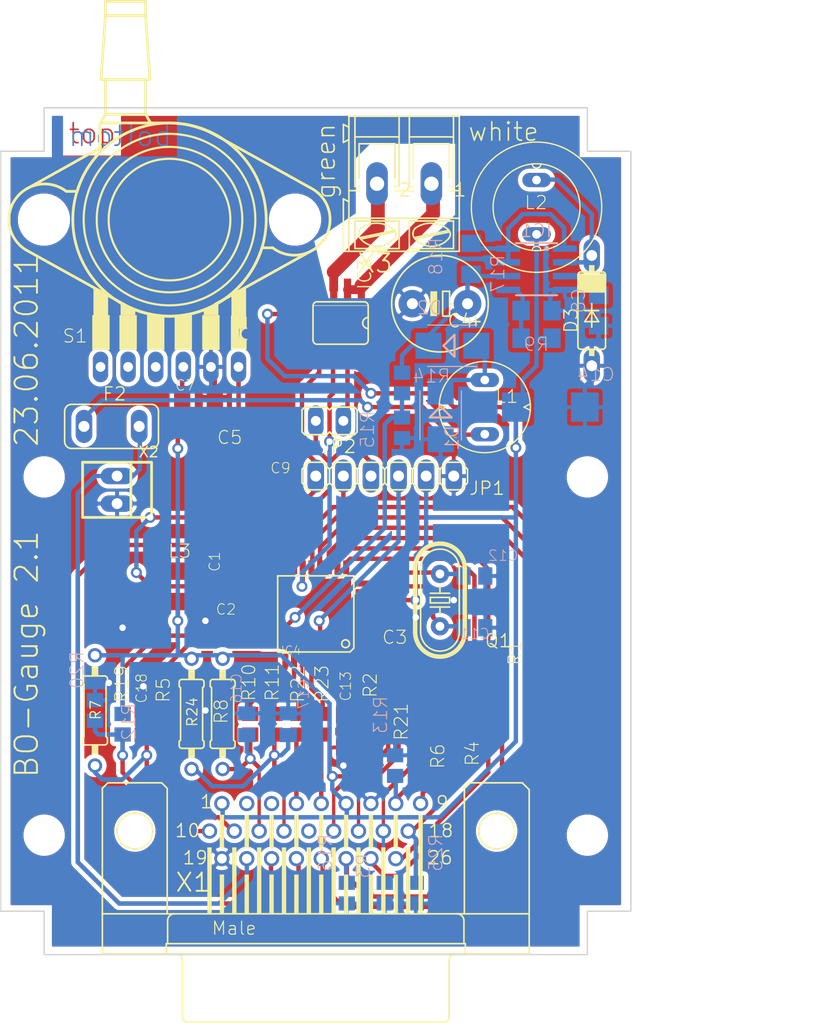
<source format=kicad_pcb>
(kicad_pcb (version 20171130) (host pcbnew 5.1.9-1.fc32)
  (layers (0 Top signal) (31 Bottom signal) (34 B.Paste user) (35 F.Paste user) (36 B.SilkS user) (37 F.SilkS user) (38 B.Mask user) (39 F.Mask user) (44 Edge.Cuts user))
  (net 0 "")
  (net 1 GND)
  (net 2 +5V)
  (net 3 N$3)
  (net 4 +12V)
  (net 5 KLEMME30)
  (net 6 SPICLOCK)
  (net 7 MOSI)
  (net 8 BORDSPANNUNG)
  (net 9 BOOST)
  (net 10 OILPRESSURE_ADC)
  (net 11 OILTEMP_ADC)
  (net 12 MISO)
  (net 13 MAXENABLE)
  (net 14 BUTTON)
  (net 15 LCD_LIGHT)
  (net 16 LED)
  (net 17 N$2)
  (net 18 RS)
  (net 19 WATERTEMP_ADC)
  (net 20 EXTENTION_IN_ADC)
  (net 21 RXD)
  (net 22 TXD)
  (net 23 RPM)
  (net 24 SPEED)
  (net 25 LIGHT)
  (net 26 INT0)
  (net 27 ADC4)
  (net 28 ADC5)
  (net 29 "Net-(C12-Pad1)")
  (net 30 "Net-(C11-Pad1)")
  (net 31 "Net-(C2-Pad1)")
  (net 32 "Net-(C1-Pad1)")
  (net 33 /BOG_2_0_switcher_ds_1/RESET)
  (net 34 "Net-(F2-Pad2)")
  (net 35 "Net-(D1-PadC)")
  (net 36 "Net-(D3-PadC)")
  (net 37 "Net-(IC1-Pad5)")
  (net 38 "Net-(IC1-Pad1)")
  (net 39 "Net-(C8-Pad1)")
  (net 40 /BOG_2_0_switcher_ds_3/OILPRESSURE)
  (net 41 /BOG_2_0_switcher_ds_3/OILTEMP)
  (net 42 "Net-(IC3-Pad7)")
  (net 43 "Net-(IC3-Pad3)")
  (net 44 "Net-(IC3-Pad8)")
  (net 45 /BOG_2_0_switcher_ds_3/WATERTEMP)
  (net 46 /BOG_2_0_switcher_ds_3/EXTENTION_IN)
  (net 47 "Net-(R25-Pad1)")
  (net 48 "Net-(R1-Pad2)")
  (net 49 "Net-(R13-Pad1)")
  (net 50 "Net-(R21-Pad2)")
  (net 51 "Net-(X1-Pad14)")
  (net 52 "Net-(X1-Pad2)")
  (net 53 "Net-(X1-Pad3)")
  (net 54 "Net-(R22-Pad2)")
  (net 55 "Net-(R23-Pad2)")
  (module BOG_2_0_switcher_ds:HC49U-V@1 (layer Top) (at 159.9311 111.3536 270)
    (fp_text reference Q1 (at 4.445 -4.064) (layer F.SilkS) (effects (font (size 1.2065 1.2065) (thickness 0.12065)) (justify left bottom)))
    (fp_text value 14,7MHz hide)
    (pad 2 thru_hole circle (at 2.413 0 270) (size 1.6764 1.6764) (drill 0.8128) (layers *.Cu *.Mask) (net 17 N$2))
    (pad 1 thru_hole circle (at -2.413 0 270) (size 1.6764 1.6764) (drill 0.8128) (layers *.Cu *.Mask) (net 3 N$3))
  )
  (module BOG_2_0_switcher_ds:TE5 (layer Top) (at 129.7051 95.3516 180)
    (fp_text reference F2 (at 0.889 2.286) (layer F.SilkS) (effects (font (size 1.2065 1.2065) (thickness 0.12065)) (justify left bottom)))
    (fp_text value PFRA110)
    (pad 2 thru_hole oval (at 2.54 0 270) (size 3.048 1.524) (drill 1.016) (layers *.Cu *.Mask) (net 34 "Net-(F2-Pad2)"))
    (pad 1 thru_hole oval (at -2.54 0 270) (size 3.048 1.524) (drill 1.016) (layers *.Cu *.Mask) (net 5 KLEMME30))
  )
  (module BOG_2_0_switcher_ds:MPX4250 (layer Top) (at 135.0391 76.3016)
    (fp_text reference S1 (at -9.906 11.43) (layer F.SilkS) (effects (font (size 1.2065 1.2065) (thickness 0.09652)) (justify left bottom)))
    (fp_text value MPX4250GP hide)
    (pad "" np_thru_hole circle (at -11.555 0) (size 4 4) (drill 4) (layers *.Cu *.Mask))
    (pad "" np_thru_hole circle (at 11.555 0) (size 4 4) (drill 4) (layers *.Cu *.Mask))
    (pad 6 thru_hole oval (at -6.35 13.57 90) (size 2.816 1.408) (drill 0.9) (layers *.Cu *.Mask))
    (pad 1 thru_hole oval (at 6.35 13.57 90) (size 2.816 1.408) (drill 0.9) (layers *.Cu *.Mask) (net 9 BOOST))
    (pad 2 thru_hole oval (at 3.81 13.57 90) (size 2.816 1.408) (drill 0.9) (layers *.Cu *.Mask) (net 1 GND))
    (pad 3 thru_hole oval (at 1.27 13.57 90) (size 2.816 1.408) (drill 0.9) (layers *.Cu *.Mask) (net 2 +5V))
    (pad 4 thru_hole oval (at -1.27 13.57 90) (size 2.816 1.408) (drill 0.9) (layers *.Cu *.Mask))
    (pad 5 thru_hole oval (at -3.81 13.57 90) (size 2.816 1.408) (drill 0.9) (layers *.Cu *.Mask))
  )
  (module BOG_2_0_switcher_ds:C0805K (layer Bottom) (at 163.1061 109.1311)
    (fp_text reference C12 (at 1.1905 -1.3195) (layer B.SilkS) (effects (font (size 0.9652 0.9652) (thickness 0.077216)) (justify right bottom mirror)))
    (fp_text value 22p hide)
    (pad 2 smd rect (at 1 0) (size 1.3 1.6) (layers Bottom B.Paste B.Mask) (net 1 GND))
    (pad 1 smd rect (at -1 0) (size 1.3 1.6) (layers Bottom B.Paste B.Mask) (net 29 "Net-(C12-Pad1)"))
  )
  (module BOG_2_0_switcher_ds:C0805K (layer Bottom) (at 163.1061 113.8936)
    (fp_text reference C11 (at -1.4445 1.129) (layer B.SilkS) (effects (font (size 0.9652 0.9652) (thickness 0.077216)) (justify right bottom mirror)))
    (fp_text value 22p hide)
    (pad 2 smd rect (at 1 0) (size 1.3 1.6) (layers Bottom B.Paste B.Mask) (net 1 GND))
    (pad 1 smd rect (at -1 0) (size 1.3 1.6) (layers Bottom B.Paste B.Mask) (net 30 "Net-(C11-Pad1)"))
  )
  (module BOG_2_0_switcher_ds:C0805 (layer Top) (at 140.2461 112.3061 270)
    (fp_text reference C2 (at 0.465 1.0035) (layer F.SilkS) (effects (font (size 0.9652 0.9652) (thickness 0.077216)) (justify left bottom)))
    (fp_text value 100n hide)
    (pad 2 smd rect (at 0.95 0 270) (size 1.3 1.5) (layers Top F.Paste F.Mask) (net 1 GND))
    (pad 1 smd rect (at -0.95 0 270) (size 1.3 1.5) (layers Top F.Paste F.Mask) (net 31 "Net-(C2-Pad1)"))
  )
  (module BOG_2_0_switcher_ds:C1206 (layer Top) (at 138.3411 110.0836 270)
    (fp_text reference C1 (at -1.2825 -1.4175 90) (layer F.SilkS) (effects (font (size 0.9652 0.9652) (thickness 0.077216)) (justify left bottom)))
    (fp_text value 100n hide)
    (pad 2 smd rect (at 1.4 0 270) (size 1.6 1.8) (layers Top F.Paste F.Mask) (net 1 GND))
    (pad 1 smd rect (at -1.4 0 270) (size 1.6 1.8) (layers Top F.Paste F.Mask) (net 32 "Net-(C1-Pad1)"))
  )
  (module BOG_2_0_switcher_ds:C1206K (layer Top) (at 151.3586 123.4186 90)
    (fp_text reference C13 (at 2.683 0.4585 90) (layer F.SilkS) (effects (font (size 0.9652 0.9652) (thickness 0.077216)) (justify left bottom)))
    (fp_text value 47n hide)
    (pad 2 smd rect (at 1.5 0 90) (size 1.5 2) (layers Top F.Paste F.Mask) (net 33 /BOG_2_0_switcher_ds_1/RESET))
    (pad 1 smd rect (at -1.5 0 90) (size 1.5 2) (layers Top F.Paste F.Mask) (net 1 GND))
  )
  (module BOG_2_0_switcher_ds:R0805 (layer Top) (at 153.5811 122.7836 90)
    (fp_text reference R2 (at 2.3495 0.635 90) (layer F.SilkS) (effects (font (size 1.2065 1.2065) (thickness 0.09652)) (justify left bottom)))
    (fp_text value 10k hide)
    (pad 2 smd rect (at 0.95 0 90) (size 1.3 1.5) (layers Top F.Paste F.Mask) (net 33 /BOG_2_0_switcher_ds_1/RESET))
    (pad 1 smd rect (at -0.95 0 90) (size 1.3 1.5) (layers Top F.Paste F.Mask) (net 2 +5V))
  )
  (module BOG_2_0_switcher_ds:L3225M (layer Top) (at 135.8011 110.0836 90)
    (fp_text reference L3 (at 2.54 -0.9525) (layer F.SilkS) (effects (font (size 1.2065 1.2065) (thickness 0.09652)) (justify left bottom)))
    (fp_text value 10µ hide)
    (pad 2 smd rect (at 1.4 0 90) (size 1.6 2.2) (layers Top F.Paste F.Mask) (net 32 "Net-(C1-Pad1)"))
    (pad 1 smd rect (at -1.4 0 90) (size 1.6 2.2) (layers Top F.Paste F.Mask) (net 2 +5V))
  )
  (module BOG_2_0_switcher_ds:SMB (layer Bottom) (at 161.0741 87.9221)
    (fp_text reference D2 (at -3.3615 -2.7845) (layer B.SilkS) (effects (font (size 1.2065 1.2065) (thickness 0.09652)) (justify right bottom mirror)))
    (fp_text value "B 240 F" hide)
    (pad A smd rect (at 2.2 0) (size 2.4 2.4) (layers Bottom B.Paste B.Mask) (net 35 "Net-(D1-PadC)"))
    (pad C smd rect (at -2.2 0) (size 2.4 2.4) (layers Bottom B.Paste B.Mask) (net 4 +12V))
  )
  (module BOG_2_0_switcher_ds:SMB (layer Bottom) (at 159.9946 94.3356 270)
    (fp_text reference D1 (at 3.3385 -1.7535 90) (layer B.SilkS) (effects (font (size 1.2065 1.2065) (thickness 0.12065)) (justify right bottom mirror)))
    (fp_text value P6SMB18A hide)
    (pad A smd rect (at 2.2 0 270) (size 2.4 2.4) (layers Bottom B.Paste B.Mask) (net 1 GND))
    (pad C smd rect (at -2.2 0 270) (size 2.4 2.4) (layers Bottom B.Paste B.Mask) (net 35 "Net-(D1-PadC)"))
  )
  (module BOG_2_0_switcher_ds:0207_10 (layer Top) (at 139.9286 121.8311 90)
    (fp_text reference R8 (at -1.016 0.5715 90) (layer F.SilkS) (effects (font (size 1.2065 1.2065) (thickness 0.09652)) (justify left bottom)))
    (fp_text value 100R hide)
    (pad 2 thru_hole circle (at 5.08 0 270) (size 1.3208 1.3208) (drill 0.8128) (layers *.Cu *.Mask) (net 2 +5V))
    (pad 1 thru_hole circle (at -5.08 0 90) (size 1.3208 1.3208) (drill 0.8128) (layers *.Cu *.Mask) (net 40 /BOG_2_0_switcher_ds_3/OILPRESSURE))
  )
  (module BOG_2_0_switcher_ds:C1206K (layer Top) (at 137.7061 92.6211 180)
    (fp_text reference C7 (at 2.21 0.4875) (layer F.SilkS) (effects (font (size 0.9652 0.9652) (thickness 0.077216)) (justify left bottom)))
    (fp_text value 100n hide)
    (pad 2 smd rect (at 1.5 0 180) (size 1.5 2) (layers Top F.Paste F.Mask) (net 2 +5V))
    (pad 1 smd rect (at -1.5 0 180) (size 1.5 2) (layers Top F.Paste F.Mask) (net 1 GND))
  )
  (module BOG_2_0_switcher_ds:R0805 (layer Top) (at 142.4686 122.7836 90)
    (fp_text reference R10 (at 2.032 0.5715 90) (layer F.SilkS) (effects (font (size 1.2065 1.2065) (thickness 0.09652)) (justify left bottom)))
    (fp_text value 15k hide)
    (pad 2 smd rect (at 0.95 0 90) (size 1.3 1.5) (layers Top F.Paste F.Mask) (net 10 OILPRESSURE_ADC))
    (pad 1 smd rect (at -0.95 0 90) (size 1.3 1.5) (layers Top F.Paste F.Mask) (net 40 /BOG_2_0_switcher_ds_3/OILPRESSURE))
  )
  (module BOG_2_0_switcher_ds:C0805K (layer Bottom) (at 142.1511 122.7836 270)
    (fp_text reference C16 (at -1.8575 0.395 90) (layer B.SilkS) (effects (font (size 0.9652 0.9652) (thickness 0.077216)) (justify right bottom mirror)))
    (fp_text value 100nF hide)
    (pad 2 smd rect (at 1 0 270) (size 1.3 1.6) (layers Bottom B.Paste B.Mask) (net 40 /BOG_2_0_switcher_ds_3/OILPRESSURE))
    (pad 1 smd rect (at -1 0 270) (size 1.3 1.6) (layers Bottom B.Paste B.Mask) (net 1 GND))
  )
  (module BOG_2_0_switcher_ds:R0805 (layer Top) (at 144.6911 122.7836 90)
    (fp_text reference R11 (at 2.032 0.508 90) (layer F.SilkS) (effects (font (size 1.2065 1.2065) (thickness 0.09652)) (justify left bottom)))
    (fp_text value 15k hide)
    (pad 2 smd rect (at 0.95 0 90) (size 1.3 1.5) (layers Top F.Paste F.Mask) (net 11 OILTEMP_ADC))
    (pad 1 smd rect (at -0.95 0 90) (size 1.3 1.5) (layers Top F.Paste F.Mask) (net 41 /BOG_2_0_switcher_ds_3/OILTEMP))
  )
  (module BOG_2_0_switcher_ds:C0805K (layer Bottom) (at 145.9611 122.7836 270)
    (fp_text reference C17 (at -1.3175 -1.9825 90) (layer B.SilkS) (effects (font (size 0.9652 0.9652) (thickness 0.077216)) (justify right bottom mirror)))
    (fp_text value 100nF hide)
    (pad 2 smd rect (at 1 0 270) (size 1.3 1.6) (layers Bottom B.Paste B.Mask) (net 41 /BOG_2_0_switcher_ds_3/OILTEMP))
    (pad 1 smd rect (at -1 0 270) (size 1.3 1.6) (layers Bottom B.Paste B.Mask) (net 1 GND))
  )
  (module BOG_2_0_switcher_ds:SO08 (layer Top) (at 150.7871 85.8266 180)
    (fp_text reference IC3 (at -2.921 2.9845 90) (layer F.SilkS) (effects (font (size 1.2065 1.2065) (thickness 0.12065)) (justify left bottom)))
    (fp_text value MAX6675ISA hide)
    (pad 5 smd rect (at 1.905 -3.0734 180) (size 0.6604 2.032) (layers Top F.Paste F.Mask) (net 6 SPICLOCK))
    (pad 4 smd rect (at 1.905 3.0734 180) (size 0.6604 2.032) (layers Top F.Paste F.Mask) (net 2 +5V))
    (pad 6 smd rect (at 0.635 -3.0734 180) (size 0.6604 2.032) (layers Top F.Paste F.Mask) (net 13 MAXENABLE))
    (pad 7 smd rect (at -0.635 -3.0734 180) (size 0.6604 2.032) (layers Top F.Paste F.Mask) (net 42 "Net-(IC3-Pad7)"))
    (pad 3 smd rect (at 0.635 3.0734 180) (size 0.6604 2.032) (layers Top F.Paste F.Mask) (net 43 "Net-(IC3-Pad3)"))
    (pad 2 smd rect (at -0.635 3.0734 180) (size 0.6604 2.032) (layers Top F.Paste F.Mask) (net 1 GND))
    (pad 8 smd rect (at -1.905 -3.0734 180) (size 0.6604 2.032) (layers Top F.Paste F.Mask) (net 44 "Net-(IC3-Pad8)"))
    (pad 1 smd rect (at -1.905 3.0734 180) (size 0.6604 2.032) (layers Top F.Paste F.Mask) (net 1 GND))
  )
  (module BOG_2_0_switcher_ds:C0805 (layer Top) (at 146.5961 85.9536 270)
    (fp_text reference C10 hide)
    (fp_text value 100n hide)
    (pad 2 smd rect (at 0.95 0 270) (size 1.3 1.5) (layers Top F.Paste F.Mask) (net 1 GND))
    (pad 1 smd rect (at -0.95 0 270) (size 1.3 1.5) (layers Top F.Paste F.Mask) (net 2 +5V))
  )
  (module BOG_2_0_switcher_ds:AK300_2 (layer Top) (at 156.6291 72.9996 180)
    (fp_text reference X3 (at 4.3815 -8.3185) (layer F.SilkS) (effects (font (size 1.6891 1.6891) (thickness 0.16891)) (justify left bottom)))
    (fp_text value EGT hide)
    (fp_text user 2 (at 0.5842 -1.27 180) (layer F.SilkS) (effects (font (size 1.2065 1.2065) (thickness 0.127)) (justify left bottom)))
    (fp_text user 1 (at -4.4958 -1.27 180) (layer F.SilkS) (effects (font (size 1.2065 1.2065) (thickness 0.127)) (justify left bottom)))
    (pad 2 thru_hole oval (at 2.4892 0 270) (size 3.9624 1.9812) (drill 1.3208) (layers *.Cu *.Mask) (net 43 "Net-(IC3-Pad3)"))
    (pad 1 thru_hole oval (at -2.5146 0 270) (size 3.9624 1.9812) (drill 1.3208) (layers *.Cu *.Mask) (net 1 GND))
  )
  (module BOG_2_0_switcher_ds:C1206K (layer Top) (at 143.4211 98.6536)
    (fp_text reference C9 (at 0.838 1.1) (layer F.SilkS) (effects (font (size 0.9652 0.9652) (thickness 0.077216)) (justify left bottom)))
    (fp_text value 470p hide)
    (pad 2 smd rect (at 1.5 0) (size 1.5 2) (layers Top F.Paste F.Mask) (net 1 GND))
    (pad 1 smd rect (at -1.5 0) (size 1.5 2) (layers Top F.Paste F.Mask) (net 9 BOOST))
  )
  (module BOG_2_0_switcher_ds:22-23-2021 (layer Top) (at 130.2131 101.1936 270)
    (fp_text reference X2 (at -2.921 -1.905) (layer F.SilkS) (effects (font (size 0.9652 0.9652) (thickness 0.135128)) (justify left bottom)))
    (fp_text value 22-23-2021 hide)
    (pad 2 thru_hole oval (at 1.27 0) (size 3.016 1.508) (drill 1) (layers *.Cu *.Mask) (net 1 GND))
    (pad 1 thru_hole oval (at -1.27 0) (size 3.016 1.508) (drill 1) (layers *.Cu *.Mask) (net 5 KLEMME30))
  )
  (module BOG_2_0_switcher_ds:R0805 (layer Bottom) (at 156.4386 91.3511 90)
    (fp_text reference R14 (at -0.0635 0.889 180) (layer B.SilkS) (effects (font (size 1.2065 1.2065) (thickness 0.09652)) (justify right bottom mirror)))
    (fp_text value 22k hide)
    (pad 2 smd rect (at 0.95 0 90) (size 1.3 1.5) (layers Bottom B.Paste B.Mask) (net 4 +12V))
    (pad 1 smd rect (at -0.95 0 90) (size 1.3 1.5) (layers Bottom B.Paste B.Mask) (net 8 BORDSPANNUNG))
  )
  (module BOG_2_0_switcher_ds:R0805 (layer Bottom) (at 156.4386 95.4786 90)
    (fp_text reference R15 (at -1.9685 -2.4765 90) (layer B.SilkS) (effects (font (size 1.2065 1.2065) (thickness 0.09652)) (justify right bottom mirror)))
    (fp_text value 3,3k hide)
    (pad 2 smd rect (at 0.95 0 90) (size 1.3 1.5) (layers Bottom B.Paste B.Mask) (net 8 BORDSPANNUNG))
    (pad 1 smd rect (at -0.95 0 90) (size 1.3 1.5) (layers Bottom B.Paste B.Mask) (net 1 GND))
  )
  (module BOG_2_0_switcher_ds:R0805 (layer Top) (at 163.1061 122.7836 270)
    (fp_text reference R4 (at 3.937 -0.508 90) (layer F.SilkS) (effects (font (size 1.2065 1.2065) (thickness 0.09652)) (justify left bottom)))
    (fp_text value 15k hide)
    (pad 2 smd rect (at 0.95 0 270) (size 1.3 1.5) (layers Top F.Paste F.Mask) (net 47 "Net-(R25-Pad1)"))
    (pad 1 smd rect (at -0.95 0 270) (size 1.3 1.5) (layers Top F.Paste F.Mask) (net 25 LIGHT))
  )
  (module BOG_2_0_switcher_ds:STRAPO-2062 (layer Top) (at 148.5011 105.0036)
    (fp_text reference U$3 hide)
    (fp_text value STRAPO hide)
    (fp_line (start 25 -39) (end -25 -39) (layer Edge.Cuts) (width 0.127))
    (fp_line (start -29 -35) (end -29 35) (layer Edge.Cuts) (width 0.127))
    (fp_line (start -25 39) (end 25 39) (layer Edge.Cuts) (width 0.127))
    (fp_line (start 29 35) (end 29 -35) (layer Edge.Cuts) (width 0.127))
    (fp_line (start -29 35) (end -25 35) (layer Edge.Cuts) (width 0.127))
    (fp_line (start -25 35) (end -25 39) (layer Edge.Cuts) (width 0.127))
    (fp_line (start 25 39) (end 25 35) (layer Edge.Cuts) (width 0.127))
    (fp_line (start 25 35) (end 29 35) (layer Edge.Cuts) (width 0.127))
    (fp_line (start 29 -35) (end 25 -35) (layer Edge.Cuts) (width 0.127))
    (fp_line (start 25 -35) (end 25 -39) (layer Edge.Cuts) (width 0.127))
    (fp_line (start -25 -39) (end -25 -35) (layer Edge.Cuts) (width 0.127))
    (fp_line (start -25 -35) (end -29 -35) (layer Edge.Cuts) (width 0.127))
    (pad "" np_thru_hole circle (at -25 28) (size 3 3) (drill 3) (layers *.Cu *.Mask))
    (pad "" np_thru_hole circle (at -25 -5) (size 3 3) (drill 3) (layers *.Cu *.Mask))
    (pad "" np_thru_hole circle (at 25 -5) (size 3 3) (drill 3) (layers *.Cu *.Mask))
    (pad "" np_thru_hole circle (at 25 28) (size 3 3) (drill 3) (layers *.Cu *.Mask))
  )
  (module BOG_2_0_switcher_ds:R0805 (layer Top) (at 168.5036 116.4336 270)
    (fp_text reference R1 (at 1.016 0.9525 90) (layer F.SilkS) (effects (font (size 1.2065 1.2065) (thickness 0.09652)) (justify left bottom)))
    (fp_text value 15k hide)
    (pad 2 smd rect (at 0.95 0 270) (size 1.3 1.5) (layers Top F.Paste F.Mask) (net 48 "Net-(R1-Pad2)"))
    (pad 1 smd rect (at -0.95 0 270) (size 1.3 1.5) (layers Top F.Paste F.Mask) (net 23 RPM))
  )
  (module BOG_2_0_switcher_ds:R0805 (layer Top) (at 159.9311 122.7836 270)
    (fp_text reference R6 (at 4.191 -0.508 90) (layer F.SilkS) (effects (font (size 1.2065 1.2065) (thickness 0.09652)) (justify left bottom)))
    (fp_text value 15k hide)
    (pad 2 smd rect (at 0.95 0 270) (size 1.3 1.5) (layers Top F.Paste F.Mask) (net 49 "Net-(R13-Pad1)"))
    (pad 1 smd rect (at -0.95 0 270) (size 1.3 1.5) (layers Top F.Paste F.Mask) (net 24 SPEED))
  )
  (module BOG_2_0_switcher_ds:R0805 (layer Top) (at 134.5311 122.7836 90)
    (fp_text reference R5 (at 1.905 0.635 90) (layer F.SilkS) (effects (font (size 1.2065 1.2065) (thickness 0.09652)) (justify left bottom)))
    (fp_text value 15k)
    (pad 2 smd rect (at 0.95 0 90) (size 1.3 1.5) (layers Top F.Paste F.Mask) (net 19 WATERTEMP_ADC))
    (pad 1 smd rect (at -0.95 0 90) (size 1.3 1.5) (layers Top F.Paste F.Mask) (net 45 /BOG_2_0_switcher_ds_3/WATERTEMP))
  )
  (module BOG_2_0_switcher_ds:C0805K (layer Top) (at 132.6261 122.7836 270)
    (fp_text reference C18 (at -1.8575 -0.395 90) (layer F.SilkS) (effects (font (size 0.9652 0.9652) (thickness 0.077216)) (justify left bottom)))
    (fp_text value 100nF)
    (pad 2 smd rect (at 1 0 270) (size 1.3 1.6) (layers Top F.Paste F.Mask) (net 45 /BOG_2_0_switcher_ds_3/WATERTEMP))
    (pad 1 smd rect (at -1 0 270) (size 1.3 1.6) (layers Top F.Paste F.Mask) (net 1 GND))
  )
  (module BOG_2_0_switcher_ds:A_3216-18W (layer Top) (at 137.7061 95.4786 180)
    (fp_text reference C5 (at -1.6325 -1.6) (layer F.SilkS) (effects (font (size 1.2065 1.2065) (thickness 0.09652)) (justify left bottom)))
    (fp_text value "1µF SMD TAN.0,1/35")
    (pad - smd rect (at -1.475 0 180) (size 2.15 1.8) (layers Top F.Paste F.Mask) (net 1 GND))
    (pad + smd rect (at 1.475 0 180) (size 2.15 1.8) (layers Top F.Paste F.Mask) (net 2 +5V))
  )
  (module BOG_2_0_switcher_ds:R0805 (layer Top) (at 130.7211 122.7836 90)
    (fp_text reference R19 (at 1.905 0.635 90) (layer F.SilkS) (effects (font (size 1.2065 1.2065) (thickness 0.09652)) (justify left bottom)))
    (fp_text value 15k)
    (pad 2 smd rect (at 0.95 0 90) (size 1.3 1.5) (layers Top F.Paste F.Mask) (net 20 EXTENTION_IN_ADC))
    (pad 1 smd rect (at -0.95 0 90) (size 1.3 1.5) (layers Top F.Paste F.Mask) (net 46 /BOG_2_0_switcher_ds_3/EXTENTION_IN))
  )
  (module BOG_2_0_switcher_ds:R0805 (layer Bottom) (at 130.7211 122.7836 90)
    (fp_text reference R12 (at -1.5875 1.27 90) (layer B.SilkS) (effects (font (size 1.2065 1.2065) (thickness 0.09652)) (justify right bottom mirror)))
    (fp_text value 15k)
    (pad 2 smd rect (at 0.95 0 90) (size 1.3 1.5) (layers Bottom B.Paste B.Mask) (net 2 +5V))
    (pad 1 smd rect (at -0.95 0 90) (size 1.3 1.5) (layers Bottom B.Paste B.Mask) (net 46 /BOG_2_0_switcher_ds_3/EXTENTION_IN))
  )
  (module BOG_2_0_switcher_ds:R0805 (layer Bottom) (at 128.1811 121.5136 270)
    (fp_text reference R20 (at -1.905 0.9525 90) (layer B.SilkS) (effects (font (size 1.2065 1.2065) (thickness 0.09652)) (justify right bottom mirror)))
    (fp_text value 15k)
    (pad 2 smd rect (at 0.95 0 270) (size 1.3 1.5) (layers Bottom B.Paste B.Mask) (net 46 /BOG_2_0_switcher_ds_3/EXTENTION_IN))
    (pad 1 smd rect (at -0.95 0 270) (size 1.3 1.5) (layers Bottom B.Paste B.Mask) (net 1 GND))
  )
  (module BOG_2_0_switcher_ds:DO07 (layer Top) (at 173.9011 84.6836 270)
    (fp_text reference D3 (at 2.159 1.2065 90) (layer F.SilkS) (effects (font (size 1.2065 1.2065) (thickness 0.12065)) (justify left bottom)))
    (fp_text value 1N5819)
    (pad A thru_hole oval (at 5.08 0 270) (size 3.016 1.508) (drill 1) (layers *.Cu *.Mask) (net 1 GND))
    (pad C thru_hole oval (at -5.08 0 270) (size 3.016 1.508) (drill 1) (layers *.Cu *.Mask) (net 36 "Net-(D3-PadC)"))
  )
  (module BOG_2_0_switcher_ds:R1206 (layer Bottom) (at 168.8211 87.2236)
    (fp_text reference R9 (at -1.27 1.27) (layer B.SilkS) (effects (font (size 1.2065 1.2065) (thickness 0.09652)) (justify right bottom mirror)))
    (fp_text value 3k)
    (pad 1 smd rect (at -1.422 0) (size 1.6 1.803) (layers Bottom B.Paste B.Mask) (net 37 "Net-(IC1-Pad5)"))
    (pad 2 smd rect (at 1.422 0) (size 1.6 1.803) (layers Bottom B.Paste B.Mask) (net 2 +5V))
  )
  (module BOG_2_0_switcher_ds:R1206 (layer Bottom) (at 168.8211 84.6836 180)
    (fp_text reference R17 (at 2.8575 1.5875 270) (layer B.SilkS) (effects (font (size 1.2065 1.2065) (thickness 0.09652)) (justify right bottom mirror)))
    (fp_text value 1k)
    (pad 1 smd rect (at -1.422 0 180) (size 1.6 1.803) (layers Bottom B.Paste B.Mask) (net 1 GND))
    (pad 2 smd rect (at 1.422 0 180) (size 1.6 1.803) (layers Bottom B.Paste B.Mask) (net 37 "Net-(IC1-Pad5)"))
  )
  (module BOG_2_0_switcher_ds:SO08 (layer Bottom) (at 168.8211 80.8736 270)
    (fp_text reference IC1 (at -2.8575 1.5875 180) (layer B.SilkS) (effects (font (size 1.2065 1.2065) (thickness 0.12065)) (justify right bottom mirror)))
    (fp_text value MC34063AD)
    (pad 5 smd rect (at 1.905 2.6 270) (size 0.6 2.2) (layers Bottom B.Paste B.Mask) (net 37 "Net-(IC1-Pad5)"))
    (pad 6 smd rect (at 0.635 2.6 270) (size 0.6 2.2) (layers Bottom B.Paste B.Mask) (net 4 +12V))
    (pad 8 smd rect (at -1.905 2.6 270) (size 0.6 2.2) (layers Bottom B.Paste B.Mask) (net 38 "Net-(IC1-Pad1)"))
    (pad 4 smd rect (at 1.905 -2.6 270) (size 0.6 2.2) (layers Bottom B.Paste B.Mask) (net 1 GND))
    (pad 3 smd rect (at 0.635 -2.6 270) (size 0.6 2.2) (layers Bottom B.Paste B.Mask) (net 39 "Net-(C8-Pad1)"))
    (pad 1 smd rect (at -1.905 -2.6 270) (size 0.6 2.2) (layers Bottom B.Paste B.Mask) (net 38 "Net-(IC1-Pad1)"))
    (pad 7 smd rect (at -0.635 2.6 270) (size 0.6 2.2) (layers Bottom B.Paste B.Mask) (net 38 "Net-(IC1-Pad1)"))
    (pad 2 smd rect (at -0.635 -2.6 270) (size 0.6 2.2) (layers Bottom B.Paste B.Mask) (net 36 "Net-(D3-PadC)"))
  )
  (module BOG_2_0_switcher_ds:E5-8,5 (layer Top) (at 159.9311 84.0486 180)
    (fp_text reference C4 (at -0.6223 -2.286) (layer F.SilkS) (effects (font (size 1.2065 1.2065) (thickness 0.12065)) (justify left bottom)))
    (fp_text value "100µF RAD FC 100/35")
    (pad - thru_hole circle (at 2.54 0 180) (size 2.54 2.54) (drill 1.016) (layers *.Cu *.Mask) (net 1 GND))
    (pad + thru_hole circle (at -2.54 0 180) (size 2.54 2.54) (drill 1.016) (layers *.Cu *.Mask) (net 4 +12V))
  )
  (module BOG_2_0_switcher_ds:R1206 (layer Bottom) (at 162.7886 79.9211 90)
    (fp_text reference R18 (at -1.5875 -2.54 90) (layer B.SilkS) (effects (font (size 1.2065 1.2065) (thickness 0.09652)) (justify right bottom mirror)))
    (fp_text value 0,22)
    (pad 1 smd rect (at -1.422 0 90) (size 1.6 1.803) (layers Bottom B.Paste B.Mask) (net 4 +12V))
    (pad 2 smd rect (at 1.422 0 90) (size 1.6 1.803) (layers Bottom B.Paste B.Mask) (net 38 "Net-(IC1-Pad1)"))
  )
  (module BOG_2_0_switcher_ds:C1206 (layer Bottom) (at 174.5361 84.6836 270)
    (fp_text reference C8 (at 0.3175 1.143 90) (layer B.SilkS) (effects (font (size 1.2065 1.2065) (thickness 0.09652)) (justify right bottom mirror)))
    (fp_text value "NPO-G1206 470pF")
    (pad 2 smd rect (at 1.4 0 270) (size 1.6 1.8) (layers Bottom B.Paste B.Mask) (net 1 GND))
    (pad 1 smd rect (at -1.4 0 270) (size 1.6 1.8) (layers Bottom B.Paste B.Mask) (net 39 "Net-(C8-Pad1)"))
  )
  (module BOG_2_0_switcher_ds:L-11P-220 (layer Top) (at 168.8211 75.1586 90)
    (fp_text reference L2 (at -0.285 -1.175) (layer F.SilkS) (effects (font (size 1.2065 1.2065) (thickness 0.09652)) (justify left bottom)))
    (fp_text value "L-11P 220µ")
    (pad 2 thru_hole oval (at -2.5 0 180) (size 2.616 1.308) (drill 0.8) (layers *.Cu *.Mask) (net 2 +5V))
    (pad 1 thru_hole oval (at 2.5 0 180) (size 2.616 1.308) (drill 0.8) (layers *.Cu *.Mask) (net 36 "Net-(D3-PadC)"))
  )
  (module BOG_2_0_switcher_ds:D_7343-31R (layer Bottom) (at 170.0911 93.5736 180)
    (fp_text reference C14 (at -2.38 2.3) (layer B.SilkS) (effects (font (size 1.2065 1.2065) (thickness 0.09652)) (justify right bottom mirror)))
    (fp_text value "100µF SMD TAN.100/6,3")
    (pad - smd rect (at -3.175 0 180) (size 2.55 2.7) (layers Bottom B.Paste B.Mask) (net 1 GND))
    (pad + smd rect (at 3.175 0 180) (size 2.55 2.7) (layers Bottom B.Paste B.Mask) (net 2 +5V))
  )
  (module BOG_2_0_switcher_ds:L-07HCP-47 (layer Top) (at 164.0586 93.5736 270)
    (fp_text reference L1 (at -0.285 -0.905) (layer F.SilkS) (effects (font (size 1.2065 1.2065) (thickness 0.09652)) (justify left bottom)))
    (fp_text value "L-07HCP 47µ" hide)
    (pad 2 thru_hole oval (at 2.5 0) (size 2.616 1.308) (drill 0.8) (layers *.Cu *.Mask) (net 34 "Net-(F2-Pad2)"))
    (pad 1 thru_hole oval (at -2.5 0) (size 2.616 1.308) (drill 0.8) (layers *.Cu *.Mask) (net 35 "Net-(D1-PadC)"))
  )
  (module BOG_2_0_switcher_ds:TQFP32-08 (layer Top) (at 148.5011 112.6236 180)
    (fp_text reference IC4 (at 3.2639 -3.81) (layer F.SilkS) (effects (font (size 0.77216 0.77216) (thickness 0.061772)) (justify left bottom)))
    (fp_text value MEGA48_88_168-AU)
    (pad 32 smd rect (at -2.8 -4.2926 180) (size 0.5588 1.27) (layers Top F.Paste F.Mask) (net 26 INT0))
    (pad 31 smd rect (at -2 -4.2926 180) (size 0.5588 1.27) (layers Top F.Paste F.Mask) (net 22 TXD))
    (pad 30 smd rect (at -1.2 -4.2926 180) (size 0.5588 1.27) (layers Top F.Paste F.Mask) (net 21 RXD))
    (pad 29 smd rect (at -0.4 -4.2926 180) (size 0.5588 1.27) (layers Top F.Paste F.Mask) (net 33 /BOG_2_0_switcher_ds_1/RESET))
    (pad 28 smd rect (at 0.4 -4.2926 180) (size 0.5588 1.27) (layers Top F.Paste F.Mask) (net 28 ADC5))
    (pad 27 smd rect (at 1.2 -4.2926 180) (size 0.5588 1.27) (layers Top F.Paste F.Mask) (net 27 ADC4))
    (pad 26 smd rect (at 2 -4.2926 180) (size 0.5588 1.27) (layers Top F.Paste F.Mask) (net 11 OILTEMP_ADC))
    (pad 25 smd rect (at 2.8 -4.2926 180) (size 0.5588 1.27) (layers Top F.Paste F.Mask) (net 10 OILPRESSURE_ADC))
    (pad 24 smd rect (at 4.2926 -2.8 180) (size 1.27 0.5588) (layers Top F.Paste F.Mask) (net 19 WATERTEMP_ADC))
    (pad 23 smd rect (at 4.2926 -2 180) (size 1.27 0.5588) (layers Top F.Paste F.Mask) (net 20 EXTENTION_IN_ADC))
    (pad 22 smd rect (at 4.2926 -1.2 180) (size 1.27 0.5588) (layers Top F.Paste F.Mask) (net 8 BORDSPANNUNG))
    (pad 21 smd rect (at 4.2926 -0.4 180) (size 1.27 0.5588) (layers Top F.Paste F.Mask) (net 1 GND))
    (pad 20 smd rect (at 4.2926 0.4 180) (size 1.27 0.5588) (layers Top F.Paste F.Mask) (net 31 "Net-(C2-Pad1)"))
    (pad 19 smd rect (at 4.2926 1.2 180) (size 1.27 0.5588) (layers Top F.Paste F.Mask) (net 9 BOOST))
    (pad 18 smd rect (at 4.2926 2 180) (size 1.27 0.5588) (layers Top F.Paste F.Mask) (net 32 "Net-(C1-Pad1)"))
    (pad 17 smd rect (at 4.2926 2.8 180) (size 1.27 0.5588) (layers Top F.Paste F.Mask) (net 6 SPICLOCK))
    (pad 16 smd rect (at 2.8 4.2926 180) (size 0.5588 1.27) (layers Top F.Paste F.Mask) (net 12 MISO))
    (pad 15 smd rect (at 2 4.2926 180) (size 0.5588 1.27) (layers Top F.Paste F.Mask) (net 7 MOSI))
    (pad 14 smd rect (at 1.2 4.2926 180) (size 0.5588 1.27) (layers Top F.Paste F.Mask) (net 13 MAXENABLE))
    (pad 13 smd rect (at 0.4 4.2926 180) (size 0.5588 1.27) (layers Top F.Paste F.Mask) (net 15 LCD_LIGHT))
    (pad 12 smd rect (at -0.4 4.2926 180) (size 0.5588 1.27) (layers Top F.Paste F.Mask) (net 23 RPM))
    (pad 11 smd rect (at -1.2 4.2926 180) (size 0.5588 1.27) (layers Top F.Paste F.Mask) (net 16 LED))
    (pad 10 smd rect (at -2 4.2926 180) (size 0.5588 1.27) (layers Top F.Paste F.Mask) (net 18 RS))
    (pad 9 smd rect (at -2.8 4.2926 180) (size 0.5588 1.27) (layers Top F.Paste F.Mask) (net 25 LIGHT))
    (pad 8 smd rect (at -4.2926 2.8 180) (size 1.27 0.5588) (layers Top F.Paste F.Mask) (net 29 "Net-(C12-Pad1)"))
    (pad 7 smd rect (at -4.2926 2 180) (size 1.27 0.5588) (layers Top F.Paste F.Mask) (net 30 "Net-(C11-Pad1)"))
    (pad 6 smd rect (at -4.2926 1.2 180) (size 1.27 0.5588) (layers Top F.Paste F.Mask) (net 2 +5V))
    (pad 5 smd rect (at -4.2926 0.4 180) (size 1.27 0.5588) (layers Top F.Paste F.Mask) (net 1 GND))
    (pad 4 smd rect (at -4.2926 -0.4 180) (size 1.27 0.5588) (layers Top F.Paste F.Mask) (net 2 +5V))
    (pad 3 smd rect (at -4.2926 -1.2 180) (size 1.27 0.5588) (layers Top F.Paste F.Mask) (net 1 GND))
    (pad 2 smd rect (at -4.2926 -2 180) (size 1.27 0.5588) (layers Top F.Paste F.Mask) (net 14 BUTTON))
    (pad 1 smd rect (at -4.2926 -2.8 180) (size 1.27 0.5588) (layers Top F.Paste F.Mask) (net 24 SPEED))
  )
  (module BOG_2_0_switcher_ds:C0805 (layer Top) (at 155.8036 112.3061 270)
    (fp_text reference C3 (at 3.175 1.27) (layer F.SilkS) (effects (font (size 1.2065 1.2065) (thickness 0.09652)) (justify left bottom)))
    (fp_text value 100n)
    (pad 2 smd rect (at 0.95 0 270) (size 1.3 1.5) (layers Top F.Paste F.Mask) (net 1 GND))
    (pad 1 smd rect (at -0.95 0 270) (size 1.3 1.5) (layers Top F.Paste F.Mask) (net 2 +5V))
  )
  (module BOG_2_0_switcher_ds:HDM26H (layer Top) (at 148.5011 132.6261)
    (fp_text reference X1 (at -13.0175 5.715) (layer F.SilkS) (effects (font (size 1.6891 1.6891) (thickness 0.16891)) (justify left bottom)))
    (fp_text value HM26H)
    (fp_text user Male (at -9.652 9.652) (layer F.SilkS) (effects (font (size 1.2065 1.2065) (thickness 0.1016)) (justify left bottom)))
    (fp_text user 26 (at 10.219 3.165) (layer F.SilkS) (effects (font (size 1.2065 1.2065) (thickness 0.127)) (justify left bottom)))
    (fp_text user 19 (at -12.327 3.165) (layer F.SilkS) (effects (font (size 1.2065 1.2065) (thickness 0.127)) (justify left bottom)))
    (fp_text user 18 (at 10.281 0.665) (layer F.SilkS) (effects (font (size 1.2065 1.2065) (thickness 0.127)) (justify left bottom)))
    (fp_text user 9 (at 10.981 -1.895) (layer F.SilkS) (effects (font (size 1.2065 1.2065) (thickness 0.127)) (justify left bottom)))
    (fp_text user 10 (at -13.04 0.665) (layer F.SilkS) (effects (font (size 1.2065 1.2065) (thickness 0.127)) (justify left bottom)))
    (fp_text user 1 (at -10.727 -1.995) (layer F.SilkS) (effects (font (size 1.2065 1.2065) (thickness 0.127)) (justify left bottom)))
    (pad "" np_thru_hole circle (at 16.65 0) (size 3 3) (drill 3) (layers *.Cu *.Mask))
    (pad "" np_thru_hole circle (at -16.65 0) (size 3 3) (drill 3) (layers *.Cu *.Mask))
    (pad 26 thru_hole circle (at 7.363 2.54) (size 1.408 1.408) (drill 0.9) (layers *.Cu *.Mask) (net 18 RS))
    (pad 25 thru_hole circle (at 5.077 2.54) (size 1.408 1.408) (drill 0.9) (layers *.Cu *.Mask) (net 16 LED))
    (pad 24 thru_hole circle (at 2.791 2.54) (size 1.408 1.408) (drill 0.9) (layers *.Cu *.Mask) (net 48 "Net-(R1-Pad2)"))
    (pad 23 thru_hole circle (at 0.505 2.54) (size 1.408 1.408) (drill 0.9) (layers *.Cu *.Mask) (net 15 LCD_LIGHT))
    (pad 22 thru_hole circle (at -1.781 2.54) (size 1.408 1.408) (drill 0.9) (layers *.Cu *.Mask) (net 7 MOSI))
    (pad 21 thru_hole circle (at -4.067 2.54) (size 1.408 1.408) (drill 0.9) (layers *.Cu *.Mask) (net 6 SPICLOCK))
    (pad 20 thru_hole circle (at -6.353 2.54) (size 1.408 1.408) (drill 0.9) (layers *.Cu *.Mask) (net 5 KLEMME30))
    (pad 18 thru_hole circle (at 8.506 0) (size 1.408 1.408) (drill 0.9) (layers *.Cu *.Mask) (net 47 "Net-(R25-Pad1)"))
    (pad 17 thru_hole circle (at 6.22 0) (size 1.408 1.408) (drill 0.9) (layers *.Cu *.Mask) (net 50 "Net-(R21-Pad2)"))
    (pad 16 thru_hole circle (at 3.934 0) (size 1.408 1.408) (drill 0.9) (layers *.Cu *.Mask) (net 22 TXD))
    (pad 15 thru_hole circle (at 1.648 0) (size 1.408 1.408) (drill 0.9) (layers *.Cu *.Mask) (net 21 RXD))
    (pad 14 thru_hole circle (at -0.638 0) (size 1.408 1.408) (drill 0.9) (layers *.Cu *.Mask) (net 51 "Net-(X1-Pad14)"))
    (pad 13 thru_hole circle (at -2.924 0) (size 1.408 1.408) (drill 0.9) (layers *.Cu *.Mask) (net 41 /BOG_2_0_switcher_ds_3/OILTEMP))
    (pad 12 thru_hole circle (at -5.21 0) (size 1.408 1.408) (drill 0.9) (layers *.Cu *.Mask) (net 40 /BOG_2_0_switcher_ds_3/OILPRESSURE))
    (pad 11 thru_hole circle (at -7.496 0) (size 1.408 1.408) (drill 0.9) (layers *.Cu *.Mask) (net 45 /BOG_2_0_switcher_ds_3/WATERTEMP))
    (pad 9 thru_hole circle (at 9.649 -2.54) (size 1.408 1.408) (drill 0.9) (layers *.Cu *.Mask) (net 14 BUTTON))
    (pad 8 thru_hole circle (at 7.363 -2.54) (size 1.408 1.408) (drill 0.9) (layers *.Cu *.Mask) (net 49 "Net-(R13-Pad1)"))
    (pad 7 thru_hole circle (at 5.077 -2.54) (size 1.408 1.408) (drill 0.9) (layers *.Cu *.Mask) (net 1 GND))
    (pad 6 thru_hole circle (at 2.791 -2.54) (size 1.408 1.408) (drill 0.9) (layers *.Cu *.Mask) (net 2 +5V))
    (pad 19 thru_hole circle (at -8.639 2.54) (size 1.408 1.408) (drill 0.9) (layers *.Cu *.Mask) (net 1 GND))
    (pad 1 thru_hole circle (at -8.639 -2.54) (size 1.408 1.408) (drill 0.9) (layers *.Cu *.Mask) (net 2 +5V))
    (pad 2 thru_hole circle (at -6.353 -2.54) (size 1.408 1.408) (drill 0.9) (layers *.Cu *.Mask) (net 52 "Net-(X1-Pad2)"))
    (pad 3 thru_hole circle (at -4.067 -2.54) (size 1.408 1.408) (drill 0.9) (layers *.Cu *.Mask) (net 53 "Net-(X1-Pad3)"))
    (pad 4 thru_hole circle (at -1.781 -2.54) (size 1.408 1.408) (drill 0.9) (layers *.Cu *.Mask) (net 54 "Net-(R22-Pad2)"))
    (pad 5 thru_hole circle (at 0.505 -2.54) (size 1.408 1.408) (drill 0.9) (layers *.Cu *.Mask) (net 55 "Net-(R23-Pad2)"))
    (pad 10 thru_hole circle (at -9.782 0) (size 1.408 1.408) (drill 0.9) (layers *.Cu *.Mask) (net 46 /BOG_2_0_switcher_ds_3/EXTENTION_IN))
  )
  (module BOG_2_0_switcher_ds:1X06 (layer Top) (at 154.8511 99.9236 180)
    (fp_text reference JP1 (at -7.6962 -1.8288) (layer F.SilkS) (effects (font (size 1.2065 1.2065) (thickness 0.12065)) (justify left bottom)))
    (fp_text value ISP)
    (pad 6 thru_hole oval (at 6.35 0 270) (size 3.048 1.524) (drill 1.016) (layers *.Cu *.Mask) (net 6 SPICLOCK))
    (pad 5 thru_hole oval (at 3.81 0 270) (size 3.048 1.524) (drill 1.016) (layers *.Cu *.Mask) (net 7 MOSI))
    (pad 4 thru_hole oval (at 1.27 0 270) (size 3.048 1.524) (drill 1.016) (layers *.Cu *.Mask) (net 12 MISO))
    (pad 3 thru_hole oval (at -1.27 0 270) (size 3.048 1.524) (drill 1.016) (layers *.Cu *.Mask) (net 33 /BOG_2_0_switcher_ds_1/RESET))
    (pad 2 thru_hole oval (at -3.81 0 270) (size 3.048 1.524) (drill 1.016) (layers *.Cu *.Mask) (net 2 +5V))
    (pad 1 thru_hole oval (at -6.35 0 270) (size 3.048 1.524) (drill 1.016) (layers *.Cu *.Mask) (net 1 GND))
  )
  (module BOG_2_0_switcher_ds:R0805 (layer Top) (at 157.7086 122.7836 270)
    (fp_text reference R21 (at 1.5875 0.635 90) (layer F.SilkS) (effects (font (size 1.2065 1.2065) (thickness 0.09652)) (justify left bottom)))
    (fp_text value 15k)
    (pad 2 smd rect (at 0.95 0 270) (size 1.3 1.5) (layers Top F.Paste F.Mask) (net 50 "Net-(R21-Pad2)"))
    (pad 1 smd rect (at -0.95 0 270) (size 1.3 1.5) (layers Top F.Paste F.Mask) (net 26 INT0))
  )
  (module BOG_2_0_switcher_ds:R0805 (layer Top) (at 146.9136 122.7836 270)
    (fp_text reference R22 (at -1.905 -0.635 90) (layer F.SilkS) (effects (font (size 1.2065 1.2065) (thickness 0.09652)) (justify left bottom)))
    (fp_text value 15k)
    (pad 2 smd rect (at 0.95 0 270) (size 1.3 1.5) (layers Top F.Paste F.Mask) (net 54 "Net-(R22-Pad2)"))
    (pad 1 smd rect (at -0.95 0 270) (size 1.3 1.5) (layers Top F.Paste F.Mask) (net 27 ADC4))
  )
  (module BOG_2_0_switcher_ds:R0805 (layer Top) (at 149.1361 122.7836 270)
    (fp_text reference R23 (at -1.905 -0.635 90) (layer F.SilkS) (effects (font (size 1.2065 1.2065) (thickness 0.09652)) (justify left bottom)))
    (fp_text value 15k)
    (pad 2 smd rect (at 0.95 0 270) (size 1.3 1.5) (layers Top F.Paste F.Mask) (net 55 "Net-(R23-Pad2)"))
    (pad 1 smd rect (at -0.95 0 270) (size 1.3 1.5) (layers Top F.Paste F.Mask) (net 28 ADC5))
  )
  (module BOG_2_0_switcher_ds:0207_10 (layer Top) (at 137.0711 121.8311 90)
    (fp_text reference R24 (at -1.27 0.6096 90) (layer F.SilkS) (effects (font (size 0.94107 0.94107) (thickness 0.112928)) (justify left bottom)))
    (fp_text value 33R)
    (pad 2 thru_hole circle (at 5.08 0 270) (size 1.3208 1.3208) (drill 0.8128) (layers *.Cu *.Mask) (net 2 +5V))
    (pad 1 thru_hole circle (at -5.08 0 90) (size 1.3208 1.3208) (drill 0.8128) (layers *.Cu *.Mask) (net 41 /BOG_2_0_switcher_ds_3/OILTEMP))
  )
  (module BOG_2_0_switcher_ds:0207_10 (layer Top) (at 128.1811 121.5136 90)
    (fp_text reference R7 (at -0.9525 0.6096 90) (layer F.SilkS) (effects (font (size 0.94107 0.94107) (thickness 0.112928)) (justify left bottom)))
    (fp_text value 33R)
    (pad 2 thru_hole circle (at 5.08 0 270) (size 1.3208 1.3208) (drill 0.8128) (layers *.Cu *.Mask) (net 2 +5V))
    (pad 1 thru_hole circle (at -5.08 0 90) (size 1.3208 1.3208) (drill 0.8128) (layers *.Cu *.Mask) (net 45 /BOG_2_0_switcher_ds_3/WATERTEMP))
  )
  (module BOG_2_0_switcher_ds:JP1 (layer Top) (at 149.7711 94.8436 90)
    (fp_text reference JP2 (at -1.651 2.54 180) (layer F.SilkS) (effects (font (size 1.2065 1.2065) (thickness 0.127)) (justify right top)))
    (fp_text value JP1E)
    (pad 2 thru_hole oval (at 0 -1.27 90) (size 2.8448 1.4224) (drill 0.9144) (layers *.Cu *.Mask) (net 12 MISO))
    (pad 1 thru_hole oval (at 0 1.27 90) (size 2.8448 1.4224) (drill 0.9144) (layers *.Cu *.Mask) (net 42 "Net-(IC3-Pad7)"))
  )
  (module BOG_2_0_switcher_ds:R0805 (layer Bottom) (at 154.8511 138.3411 270)
    (fp_text reference R3 (at -1.27 1.27 90) (layer B.SilkS) (effects (font (size 1.2065 1.2065) (thickness 0.09652)) (justify right bottom mirror)))
    (fp_text value 15k)
    (pad 2 smd rect (at 0.95 0 270) (size 1.3 1.5) (layers Bottom B.Paste B.Mask) (net 1 GND))
    (pad 1 smd rect (at -0.95 0 270) (size 1.3 1.5) (layers Bottom B.Paste B.Mask) (net 50 "Net-(R21-Pad2)"))
  )
  (module BOG_2_0_switcher_ds:R0805 (layer Bottom) (at 155.8036 126.5936 90)
    (fp_text reference R13 (at 2.8575 -0.635 90) (layer B.SilkS) (effects (font (size 1.2065 1.2065) (thickness 0.09652)) (justify right bottom mirror)))
    (fp_text value 15k)
    (pad 2 smd rect (at 0.95 0 90) (size 1.3 1.5) (layers Bottom B.Paste B.Mask) (net 1 GND))
    (pad 1 smd rect (at -0.95 0 90) (size 1.3 1.5) (layers Bottom B.Paste B.Mask) (net 49 "Net-(R13-Pad1)"))
  )
  (module BOG_2_0_switcher_ds:R0805 (layer Bottom) (at 151.3586 138.3411 270)
    (fp_text reference R16 (at -1.905 1.27 90) (layer B.SilkS) (effects (font (size 1.2065 1.2065) (thickness 0.09652)) (justify right bottom mirror)))
    (fp_text value 15k)
    (pad 2 smd rect (at 0.95 0 270) (size 1.3 1.5) (layers Bottom B.Paste B.Mask) (net 1 GND))
    (pad 1 smd rect (at -0.95 0 270) (size 1.3 1.5) (layers Bottom B.Paste B.Mask) (net 48 "Net-(R1-Pad2)"))
  )
  (module BOG_2_0_switcher_ds:R0805 (layer Bottom) (at 157.7086 138.3411 270)
    (fp_text reference R25 (at -1.905 -2.54 90) (layer B.SilkS) (effects (font (size 1.2065 1.2065) (thickness 0.09652)) (justify right bottom mirror)))
    (fp_text value 15k)
    (pad 2 smd rect (at 0.95 0 270) (size 1.3 1.5) (layers Bottom B.Paste B.Mask) (net 1 GND))
    (pad 1 smd rect (at -0.95 0 270) (size 1.3 1.5) (layers Bottom B.Paste B.Mask) (net 47 "Net-(R25-Pad1)"))
  )
  (gr_text "BO-Gauge 2.1" (at 123.1011 127.8636 90) (layer F.SilkS) (effects (font (size 2.07518 2.07518) (thickness 0.174752)) (justify left bottom)))
  (gr_text 23.06.2011 (at 123.1011 97.3836 90) (layer F.SilkS) (effects (font (size 2.07518 2.07518) (thickness 0.174752)) (justify left bottom)))
  (gr_text top (at 125.6411 69.4436) (layer Top) (effects (font (size 1.83388 1.83388) (thickness 0.154432)) (justify left bottom)))
  (gr_text bottom (at 125.6411 67.5386) (layer Bottom) (effects (font (size 1.83388 1.83388) (thickness 0.154432)) (justify right top mirror)))
  (gr_text green (at 150.4061 74.5236 90) (layer F.SilkS) (effects (font (size 1.6891 1.6891) (thickness 0.14224)) (justify left bottom)))
  (gr_text white (at 169.1386 67.2211) (layer F.SilkS) (effects (font (size 1.6891 1.6891) (thickness 0.14224)) (justify right top)))
  (segment (start 151.6061 113.8236) (end 152.7937 113.8236) (width 0.4064) (layer Top) (net 1))
  (segment (start 151.3586 113.5761) (end 151.6061 113.8236) (width 0.4064) (layer Top) (net 1))
  (segment (start 151.3586 112.6236) (end 151.3586 113.5761) (width 0.4064) (layer Top) (net 1))
  (segment (start 151.6761 112.3061) (end 151.3586 112.6236) (width 0.4064) (layer Top) (net 1))
  (segment (start 151.6761 112.3061) (end 152.7112 112.3061) (width 0.4064) (layer Top) (net 1))
  (segment (start 152.7112 112.3061) (end 152.7937 112.2236) (width 0.4064) (layer Top) (net 1))
  (segment (start 155.8036 113.2561) (end 155.8036 112.8711) (width 0.4064) (layer Top) (net 1))
  (segment (start 141.7511 113.0236) (end 144.2085 113.0236) (width 0.4064) (layer Top) (net 1))
  (segment (start 141.1986 113.5761) (end 141.7511 113.0236) (width 0.4064) (layer Top) (net 1))
  (segment (start 140.8836 113.5761) (end 141.1986 113.5761) (width 0.4064) (layer Top) (net 1))
  (segment (start 140.2461 113.2561) (end 140.8836 113.5761) (width 0.4064) (layer Top) (net 1))
  (segment (start 151.4221 82.7532) (end 152.6921 82.7532) (width 0.8128) (layer Top) (net 1))
  (segment (start 138.3411 111.4836) (end 138.3411 113.2586) (width 0.4064) (layer Top) (net 1))
  (segment (start 138.3411 113.2586) (end 138.3411 113.5761) (width 0.4064) (layer Top) (net 1))
  (segment (start 173.2661 93.5736) (end 173.2661 91.6686) (width 0.4064) (layer Bottom) (net 1))
  (segment (start 173.2661 91.6686) (end 173.9011 91.0336) (width 0.4064) (layer Bottom) (net 1))
  (segment (start 173.9011 91.0336) (end 173.9011 89.7636) (width 0.4064) (layer Bottom) (net 1))
  (segment (start 139.2061 92.6211) (end 139.2061 90.5986) (width 0.4064) (layer Top) (net 1))
  (segment (start 139.2061 90.5986) (end 138.8491 89.8716) (width 0.4064) (layer Top) (net 1))
  (segment (start 139.2311 92.6461) (end 139.2061 92.6211) (width 0.4064) (layer Top) (net 1))
  (segment (start 152.7937 113.8236) (end 154.2861 113.8236) (width 0.4064) (layer Top) (net 1))
  (segment (start 154.2861 113.8236) (end 154.8511 113.2586) (width 0.4064) (layer Top) (net 1))
  (segment (start 154.8511 113.2586) (end 155.8011 113.2586) (width 0.4064) (layer Top) (net 1))
  (segment (start 155.8011 113.2586) (end 155.8036 113.2561) (width 0.4064) (layer Top) (net 1))
  (segment (start 139.1811 92.6461) (end 139.2311 92.6461) (width 0.4064) (layer Top) (net 1))
  (segment (start 139.1811 95.4786) (end 139.1811 92.6461) (width 0.4064) (layer Top) (net 1))
  (segment (start 152.6921 82.7532) (end 152.6921 82.3976) (width 0.8128) (layer Top) (net 1))
  (segment (start 152.6921 82.3976) (end 159.2961 75.7936) (width 1.27) (layer Top) (net 1))
  (segment (start 159.2961 75.7936) (end 159.2961 73.152) (width 1.27) (layer Top) (net 1))
  (segment (start 159.2961 73.152) (end 159.1437 72.9996) (width 1.27) (layer Top) (net 1))
  (segment (start 146.5961 86.9036) (end 148.8211 86.9036) (width 0.4064) (layer Top) (net 1))
  (segment (start 148.8211 86.9036) (end 151.3586 84.3661) (width 0.4064) (layer Top) (net 1))
  (segment (start 151.3586 84.3661) (end 151.3586 82.8167) (width 0.4064) (layer Top) (net 1))
  (segment (start 151.3586 82.8167) (end 151.4221 82.7532) (width 0.4064) (layer Top) (net 1))
  (segment (start 138.3411 113.5761) (end 139.9261 113.5761) (width 0.4064) (layer Top) (net 1))
  (segment (start 139.9261 113.5761) (end 140.2461 113.2561) (width 0.4064) (layer Top) (net 1))
  (segment (start 170.7261 82.7786) (end 171.4211 82.7786) (width 0.4064) (layer Bottom) (net 1))
  (segment (start 170.0911 83.4136) (end 170.7261 82.7786) (width 0.4064) (layer Bottom) (net 1))
  (segment (start 170.0911 84.5316) (end 170.0911 83.4136) (width 0.4064) (layer Bottom) (net 1))
  (segment (start 170.2431 84.6836) (end 170.0911 84.5316) (width 0.4064) (layer Bottom) (net 1))
  (segment (start 171.3611 84.6836) (end 170.2431 84.6836) (width 0.4064) (layer Bottom) (net 1))
  (segment (start 172.6311 85.9536) (end 171.3611 84.6836) (width 0.4064) (layer Bottom) (net 1))
  (segment (start 174.4061 85.9536) (end 172.6311 85.9536) (width 0.4064) (layer Bottom) (net 1))
  (segment (start 174.5361 86.0836) (end 174.4061 85.9536) (width 0.4064) (layer Bottom) (net 1))
  (segment (start 174.5361 87.2236) (end 174.5361 86.0836) (width 0.4064) (layer Bottom) (net 1))
  (segment (start 173.9011 87.8586) (end 174.5361 87.2236) (width 0.4064) (layer Bottom) (net 1))
  (segment (start 173.9011 89.7636) (end 173.9011 87.8586) (width 0.4064) (layer Bottom) (net 1))
  (via (at 132.6261 119.2911) (size 1.0064) (drill 0.6) (layers Top Bottom) (net 1))
  (via (at 157.7086 112.9411) (size 1.0064) (drill 0.6) (layers Top Bottom) (net 1))
  (via (at 161.2011 111.3536) (size 1.0064) (drill 0.6) (layers Top Bottom) (net 1))
  (via (at 151.0411 126.5936) (size 1.0064) (drill 0.6) (layers Top Bottom) (net 1))
  (via (at 138.3411 113.2586) (size 1.0064) (drill 0.6) (layers Top Bottom) (net 1))
  (via (at 129.4511 118.9736) (size 1.0064) (drill 0.6) (layers Top Bottom) (net 1))
  (via (at 130.7211 113.8936) (size 1.0064) (drill 0.6) (layers Top Bottom) (net 1))
  (via (at 138.3411 121.5136) (size 1.0064) (drill 0.6) (layers Top Bottom) (net 1))
  (segment (start 153.9686 111.4236) (end 152.7937 111.4236) (width 0.4064) (layer Top) (net 2))
  (segment (start 154.2161 111.6711) (end 153.9686 111.4236) (width 0.4064) (layer Top) (net 2))
  (segment (start 153.8161 113.0236) (end 152.7937 113.0236) (width 0.4064) (layer Top) (net 2))
  (segment (start 154.2161 112.6236) (end 153.8161 113.0236) (width 0.4064) (layer Top) (net 2))
  (segment (start 154.2161 111.6711) (end 154.2161 112.6236) (width 0.4064) (layer Top) (net 2))
  (segment (start 168.8211 87.2236) (end 168.8211 77.6586) (width 0.4064) (layer Bottom) (net 2))
  (segment (start 168.8211 87.2236) (end 170.2431 87.2236) (width 0.4064) (layer Bottom) (net 2))
  (segment (start 168.8211 89.7636) (end 168.8211 87.2236) (width 0.4064) (layer Bottom) (net 2))
  (segment (start 167.5511 91.0336) (end 168.8211 89.7636) (width 0.4064) (layer Bottom) (net 2))
  (segment (start 167.5511 92.9386) (end 167.5511 91.0336) (width 0.4064) (layer Bottom) (net 2))
  (segment (start 166.9161 93.5736) (end 167.5511 92.9386) (width 0.4064) (layer Bottom) (net 2))
  (segment (start 136.2061 92.6211) (end 136.2061 90.4046) (width 0.4064) (layer Top) (net 2))
  (segment (start 136.2061 90.4046) (end 136.3091 89.8716) (width 0.4064) (layer Top) (net 2))
  (segment (start 136.1811 92.6461) (end 136.2061 92.6211) (width 0.4064) (layer Top) (net 2))
  (segment (start 166.9161 103.7336) (end 166.9161 97.306) (width 0.4064) (layer Bottom) (net 2))
  (segment (start 166.9161 97.306) (end 166.9161 93.5736) (width 0.4064) (layer Bottom) (net 2))
  (segment (start 166.9161 124.3711) (end 166.9161 103.7336) (width 0.4064) (layer Bottom) (net 2))
  (segment (start 159.9311 131.3561) (end 166.9161 124.3711) (width 0.4064) (layer Bottom) (net 2))
  (segment (start 151.3586 131.3561) (end 159.9311 131.3561) (width 0.4064) (layer Bottom) (net 2))
  (segment (start 151.3586 131.3561) (end 151.3586 130.1526) (width 0.4064) (layer Bottom) (net 2))
  (segment (start 151.3586 130.1526) (end 151.2921 130.0861) (width 0.4064) (layer Bottom) (net 2))
  (segment (start 139.9286 131.3561) (end 151.3586 131.3561) (width 0.4064) (layer Bottom) (net 2))
  (segment (start 139.9286 130.1526) (end 139.9286 131.3561) (width 0.4064) (layer Bottom) (net 2))
  (segment (start 139.8621 130.0861) (end 139.9286 130.1526) (width 0.4064) (layer Bottom) (net 2))
  (segment (start 150.0221 128.8161) (end 150.0221 127.5868) (width 0.4064) (layer Bottom) (net 2))
  (segment (start 151.2921 130.0861) (end 150.0221 128.8161) (width 0.4064) (layer Bottom) (net 2))
  (segment (start 135.8011 116.4336) (end 135.8011 113.2586) (width 0.4064) (layer Bottom) (net 2))
  (segment (start 135.8011 113.2586) (end 135.8011 111.4836) (width 0.4064) (layer Top) (net 2))
  (segment (start 135.8011 95.8586) (end 136.2311 95.4786) (width 0.4064) (layer Top) (net 2))
  (segment (start 135.8011 113.2586) (end 135.8011 97.3836) (width 0.4064) (layer Bottom) (net 2))
  (segment (start 135.8011 97.3836) (end 135.8011 95.8586) (width 0.4064) (layer Top) (net 2))
  (segment (start 153.5811 125.3236) (end 153.5811 123.7336) (width 0.4064) (layer Top) (net 2))
  (segment (start 155.4886 111.6711) (end 154.2161 111.6711) (width 0.4064) (layer Top) (net 2))
  (segment (start 155.8036 111.3561) (end 155.4886 111.6711) (width 0.4064) (layer Top) (net 2))
  (segment (start 158.6611 103.7336) (end 158.6611 99.9236) (width 0.4064) (layer Bottom) (net 2))
  (segment (start 166.9161 103.7336) (end 158.6611 103.7336) (width 0.4064) (layer Bottom) (net 2))
  (segment (start 158.6611 103.7336) (end 158.6611 106.2736) (width 0.4064) (layer Bottom) (net 2))
  (segment (start 158.6611 106.2736) (end 157.7086 107.2261) (width 0.4064) (layer Bottom) (net 2))
  (segment (start 157.7086 107.2261) (end 157.7086 111.3536) (width 0.4064) (layer Bottom) (net 2))
  (segment (start 157.7086 111.3536) (end 155.8061 111.3536) (width 0.4064) (layer Top) (net 2))
  (segment (start 155.8061 111.3536) (end 155.8036 111.3561) (width 0.4064) (layer Top) (net 2))
  (segment (start 150.0221 127.5868) (end 151.3179 127.5868) (width 0.4064) (layer Top) (net 2))
  (segment (start 151.3179 127.5868) (end 153.5811 125.3236) (width 0.4064) (layer Top) (net 2))
  (segment (start 148.8821 83.9851) (end 148.8821 82.7532) (width 0.4064) (layer Top) (net 2))
  (segment (start 147.8661 85.0011) (end 148.8821 83.9851) (width 0.4064) (layer Top) (net 2))
  (segment (start 146.5986 85.0011) (end 147.8661 85.0011) (width 0.4064) (layer Top) (net 2))
  (segment (start 146.5961 85.0036) (end 146.5986 85.0011) (width 0.4064) (layer Top) (net 2))
  (segment (start 139.8621 130.0861) (end 139.9286 130.0196) (width 0.4064) (layer Bottom) (net 2))
  (segment (start 136.2311 92.6461) (end 136.1811 92.6461) (width 0.4064) (layer Top) (net 2))
  (segment (start 136.2311 95.4786) (end 136.2311 92.6461) (width 0.4064) (layer Top) (net 2))
  (segment (start 151.9936 90.7161) (end 153.5811 92.3036) (width 0.4064) (layer Bottom) (net 2))
  (segment (start 145.6436 90.7161) (end 151.9936 90.7161) (width 0.4064) (layer Bottom) (net 2))
  (segment (start 144.0561 89.1286) (end 145.6436 90.7161) (width 0.4064) (layer Bottom) (net 2))
  (segment (start 144.0561 89.1286) (end 144.0561 85.0011) (width 0.4064) (layer Bottom) (net 2))
  (segment (start 144.0561 85.0011) (end 146.5936 85.0011) (width 0.4064) (layer Top) (net 2))
  (segment (start 146.5936 85.0011) (end 146.5961 85.0036) (width 0.4064) (layer Top) (net 2))
  (segment (start 159.9311 92.3036) (end 153.5811 92.3036) (width 0.4064) (layer Top) (net 2))
  (segment (start 161.2011 93.5736) (end 159.9311 92.3036) (width 0.4064) (layer Top) (net 2))
  (segment (start 165.6461 93.5736) (end 161.2011 93.5736) (width 0.4064) (layer Top) (net 2))
  (segment (start 166.9161 94.8436) (end 165.6461 93.5736) (width 0.4064) (layer Top) (net 2))
  (segment (start 166.9161 97.306) (end 166.9161 94.8436) (width 0.4064) (layer Top) (net 2))
  (segment (start 135.8011 116.4336) (end 137.0711 116.4336) (width 0.4064) (layer Bottom) (net 2))
  (segment (start 137.0711 116.4336) (end 139.2936 116.4336) (width 0.4064) (layer Bottom) (net 2))
  (segment (start 139.2936 116.4336) (end 139.6111 116.4336) (width 0.4064) (layer Bottom) (net 2))
  (segment (start 130.7211 116.4336) (end 135.8011 116.4336) (width 0.4064) (layer Bottom) (net 2))
  (segment (start 130.7211 116.4336) (end 128.1811 116.4336) (width 0.4064) (layer Bottom) (net 2))
  (segment (start 130.7211 121.8336) (end 130.7211 116.4336) (width 0.4064) (layer Bottom) (net 2))
  (segment (start 139.2936 116.4336) (end 139.9286 116.4336) (width 0.4064) (layer Bottom) (net 2))
  (segment (start 137.0711 116.4336) (end 137.0711 116.7511) (width 0.4064) (layer Bottom) (net 2))
  (segment (start 139.9286 116.4336) (end 139.9286 116.7511) (width 0.4064) (layer Bottom) (net 2))
  (segment (start 139.9286 116.4336) (end 145.3261 116.4336) (width 0.4064) (layer Bottom) (net 2))
  (segment (start 145.3261 116.4336) (end 149.7711 120.8786) (width 0.4064) (layer Bottom) (net 2))
  (segment (start 149.7711 120.8786) (end 149.7711 127.3358) (width 0.4064) (layer Bottom) (net 2))
  (segment (start 149.7711 127.3358) (end 150.0221 127.5868) (width 0.4064) (layer Bottom) (net 2))
  (via (at 135.8011 113.2586) (size 1.0064) (drill 0.6) (layers Top Bottom) (net 2))
  (via (at 135.8011 97.3836) (size 1.0064) (drill 0.6) (layers Top Bottom) (net 2))
  (via (at 157.7086 111.3536) (size 1.0064) (drill 0.6) (layers Top Bottom) (net 2))
  (via (at 150.0221 127.5868) (size 1.0064) (drill 0.6) (layers Top Bottom) (net 2))
  (via (at 166.9161 97.306) (size 1.0064) (drill 0.6) (layers Top Bottom) (net 2))
  (via (at 153.5811 92.3036) (size 1.0064) (drill 0.6) (layers Top Bottom) (net 2))
  (via (at 144.0561 85.0011) (size 1.0064) (drill 0.6) (layers Top Bottom) (net 2))
  (segment (start 163.2581 81.5086) (end 166.2211 81.5086) (width 0.4064) (layer Bottom) (net 4))
  (segment (start 162.7886 81.3431) (end 163.2581 81.5086) (width 0.4064) (layer Bottom) (net 4))
  (segment (start 162.4711 84.0486) (end 162.4711 81.6606) (width 0.4064) (layer Bottom) (net 4))
  (segment (start 162.4711 81.6606) (end 162.7886 81.3431) (width 0.4064) (layer Bottom) (net 4))
  (segment (start 158.8741 87.9221) (end 158.8741 87.0106) (width 0.4064) (layer Bottom) (net 4))
  (segment (start 158.8741 87.0106) (end 161.2011 84.6836) (width 0.4064) (layer Bottom) (net 4))
  (segment (start 161.2011 84.6836) (end 161.8361 84.6836) (width 0.4064) (layer Bottom) (net 4))
  (segment (start 161.8361 84.6836) (end 162.4711 84.0486) (width 0.4064) (layer Bottom) (net 4))
  (segment (start 157.3276 87.9221) (end 158.8741 87.9221) (width 0.4064) (layer Bottom) (net 4))
  (segment (start 156.4386 88.8111) (end 157.3276 87.9221) (width 0.4064) (layer Bottom) (net 4))
  (segment (start 156.4386 90.4011) (end 156.4386 88.8111) (width 0.4064) (layer Bottom) (net 4))
  (segment (start 126.5936 135.4836) (end 130.4036 139.2936) (width 0.4064) (layer Bottom) (net 5))
  (segment (start 130.4036 139.2936) (end 139.6111 139.2936) (width 0.4064) (layer Bottom) (net 5))
  (segment (start 139.6111 139.2936) (end 142.1511 136.7536) (width 0.4064) (layer Bottom) (net 5))
  (segment (start 142.1511 136.7536) (end 142.1511 135.1691) (width 0.4064) (layer Bottom) (net 5))
  (segment (start 142.1511 135.1691) (end 142.1481 135.1661) (width 0.4064) (layer Bottom) (net 5))
  (segment (start 126.5936 135.4836) (end 126.5936 101.5111) (width 0.4064) (layer Bottom) (net 5))
  (segment (start 126.5936 101.5111) (end 128.1811 99.9236) (width 0.4064) (layer Bottom) (net 5))
  (segment (start 128.1811 99.9236) (end 130.2131 99.9236) (width 0.4064) (layer Bottom) (net 5))
  (segment (start 130.2131 99.9236) (end 131.6736 99.9236) (width 0.4064) (layer Bottom) (net 5))
  (segment (start 131.6736 99.9236) (end 132.3086 99.2886) (width 0.4064) (layer Bottom) (net 5))
  (segment (start 132.3086 99.2886) (end 132.3086 95.4151) (width 0.4064) (layer Bottom) (net 5))
  (segment (start 132.3086 95.4151) (end 132.2451 95.3516) (width 0.4064) (layer Bottom) (net 5))
  (segment (start 144.3736 138.0236) (end 144.3736 135.2266) (width 0.4064) (layer Top) (net 6))
  (segment (start 144.3736 135.2266) (end 144.4341 135.1661) (width 0.4064) (layer Top) (net 6))
  (segment (start 143.4786 109.8236) (end 144.2085 109.8236) (width 0.4064) (layer Top) (net 6))
  (segment (start 142.4686 108.8136) (end 143.4786 109.8236) (width 0.4064) (layer Top) (net 6))
  (segment (start 148.5011 99.9236) (end 148.5011 98.6536) (width 0.4064) (layer Top) (net 6))
  (segment (start 148.5011 98.6536) (end 147.2311 97.3836) (width 0.4064) (layer Top) (net 6))
  (segment (start 147.2311 97.3836) (end 147.2311 91.9861) (width 0.4064) (layer Top) (net 6))
  (segment (start 147.2311 91.9861) (end 148.8186 90.3986) (width 0.4064) (layer Top) (net 6))
  (segment (start 148.8186 90.3986) (end 148.8186 88.9635) (width 0.4064) (layer Top) (net 6))
  (segment (start 148.8186 88.9635) (end 148.8821 88.9) (width 0.4064) (layer Top) (net 6))
  (segment (start 142.4686 106.2736) (end 142.4686 108.8136) (width 0.4064) (layer Top) (net 6))
  (segment (start 126.5936 135.4836) (end 126.5936 109.1311) (width 0.4064) (layer Top) (net 6))
  (segment (start 126.5936 135.4836) (end 130.4036 139.2936) (width 0.4064) (layer Top) (net 6))
  (segment (start 130.4036 139.2936) (end 143.1036 139.2936) (width 0.4064) (layer Top) (net 6))
  (segment (start 143.1036 139.2936) (end 144.3736 138.0236) (width 0.4064) (layer Top) (net 6))
  (segment (start 148.5011 101.1936) (end 148.5011 99.9236) (width 0.4064) (layer Top) (net 6))
  (segment (start 143.4211 106.2736) (end 148.5011 101.1936) (width 0.4064) (layer Top) (net 6))
  (segment (start 142.4686 106.2736) (end 143.4211 106.2736) (width 0.4064) (layer Top) (net 6))
  (segment (start 126.5936 109.1311) (end 129.4511 106.2736) (width 0.4064) (layer Top) (net 6))
  (segment (start 129.4511 106.2736) (end 142.4686 106.2736) (width 0.4064) (layer Top) (net 6))
  (segment (start 166.5986 102.7811) (end 151.0411 102.7811) (width 0.4064) (layer Top) (net 7))
  (segment (start 151.0411 102.7811) (end 150.0886 102.7811) (width 0.4064) (layer Top) (net 7))
  (segment (start 170.4086 136.4361) (end 170.4086 130.0861) (width 0.4064) (layer Top) (net 7))
  (segment (start 170.4086 130.0861) (end 172.6311 127.8636) (width 0.4064) (layer Top) (net 7))
  (segment (start 172.6311 127.8636) (end 172.6311 108.8136) (width 0.4064) (layer Top) (net 7))
  (segment (start 172.6311 108.8136) (end 166.5986 102.7811) (width 0.4064) (layer Top) (net 7))
  (segment (start 166.2811 140.5636) (end 170.4086 136.4361) (width 0.4064) (layer Top) (net 7))
  (segment (start 148.8186 140.5636) (end 166.2811 140.5636) (width 0.4064) (layer Top) (net 7))
  (segment (start 146.9136 138.6586) (end 148.8186 140.5636) (width 0.4064) (layer Top) (net 7))
  (segment (start 146.9136 138.6586) (end 146.9136 135.3596) (width 0.4064) (layer Top) (net 7))
  (segment (start 146.9136 135.3596) (end 146.7201 135.1661) (width 0.4064) (layer Top) (net 7))
  (segment (start 146.5011 106.3686) (end 146.5011 108.331) (width 0.4064) (layer Top) (net 7))
  (segment (start 150.0886 102.7811) (end 146.5011 106.3686) (width 0.4064) (layer Top) (net 7))
  (segment (start 151.0411 102.7811) (end 151.0411 99.9236) (width 0.4064) (layer Top) (net 7))
  (segment (start 156.4386 94.5286) (end 156.4386 92.3011) (width 0.4064) (layer Bottom) (net 8))
  (segment (start 144.2085 113.8236) (end 145.7136 113.8236) (width 0.4064) (layer Top) (net 8))
  (segment (start 145.7136 113.8236) (end 146.5961 112.9411) (width 0.4064) (layer Top) (net 8))
  (segment (start 146.5961 112.9411) (end 154.8511 104.6861) (width 0.4064) (layer Bottom) (net 8))
  (segment (start 154.8511 104.6861) (end 154.8511 95.1611) (width 0.4064) (layer Bottom) (net 8))
  (segment (start 154.8511 95.1611) (end 155.4861 94.5261) (width 0.4064) (layer Bottom) (net 8))
  (segment (start 155.4861 94.5261) (end 156.4361 94.5261) (width 0.4064) (layer Bottom) (net 8))
  (segment (start 156.4361 94.5261) (end 156.4386 94.5286) (width 0.4064) (layer Bottom) (net 8))
  (via (at 146.5961 112.9411) (size 1.0064) (drill 0.6) (layers Top Bottom) (net 8))
  (segment (start 142.5386 111.4236) (end 144.2085 111.4236) (width 0.4064) (layer Top) (net 9))
  (segment (start 141.1986 110.0836) (end 142.5386 111.4236) (width 0.4064) (layer Top) (net 9))
  (segment (start 141.4145 97.4852) (end 141.3891 89.8716) (width 0.4064) (layer Top) (net 9))
  (segment (start 133.2611 110.0836) (end 141.1986 110.0836) (width 0.4064) (layer Top) (net 9))
  (segment (start 133.2611 110.0836) (end 131.9911 108.8136) (width 0.4064) (layer Top) (net 9))
  (segment (start 131.9911 108.8136) (end 131.9911 105.0036) (width 0.4064) (layer Bottom) (net 9))
  (segment (start 131.9911 105.0036) (end 133.2611 103.7336) (width 0.4064) (layer Bottom) (net 9))
  (segment (start 133.2611 103.7336) (end 137.7061 103.7336) (width 0.4064) (layer Top) (net 9))
  (segment (start 137.7061 103.7336) (end 141.5161 99.9236) (width 0.4064) (layer Top) (net 9))
  (segment (start 141.5161 99.9236) (end 141.5161 99.0586) (width 0.4064) (layer Top) (net 9))
  (segment (start 141.5161 99.0586) (end 141.9211 98.6536) (width 0.4064) (layer Top) (net 9))
  (segment (start 141.4145 98.147) (end 141.4145 97.4852) (width 0.4064) (layer Top) (net 9))
  (segment (start 141.9211 98.6536) (end 141.4145 98.147) (width 0.4064) (layer Top) (net 9))
  (via (at 131.9911 108.8136) (size 1.0064) (drill 0.6) (layers Top Bottom) (net 9))
  (via (at 133.2611 103.7336) (size 1.0064) (drill 0.6) (layers Top Bottom) (net 9))
  (segment (start 145.7011 117.6461) (end 145.7011 116.9162) (width 0.4064) (layer Top) (net 10))
  (segment (start 143.4211 119.9261) (end 145.7011 117.6461) (width 0.4064) (layer Top) (net 10))
  (segment (start 142.4711 120.8786) (end 143.4211 119.9261) (width 0.4064) (layer Top) (net 10))
  (segment (start 142.4686 121.8336) (end 142.4711 120.8786) (width 0.4064) (layer Top) (net 10))
  (segment (start 146.5011 118.4336) (end 146.5011 116.9162) (width 0.4064) (layer Top) (net 11))
  (segment (start 144.6911 120.2436) (end 146.5011 118.4336) (width 0.4064) (layer Top) (net 11))
  (segment (start 144.6911 121.8336) (end 144.6911 120.2436) (width 0.4064) (layer Top) (net 11))
  (segment (start 145.7011 108.331) (end 145.7011 105.2636) (width 0.4064) (layer Top) (net 12))
  (segment (start 145.7011 105.2636) (end 149.7711 101.1936) (width 0.4064) (layer Top) (net 12))
  (segment (start 149.7711 101.1936) (end 149.7711 98.6536) (width 0.4064) (layer Top) (net 12))
  (segment (start 149.7711 98.6536) (end 151.0411 97.3836) (width 0.4064) (layer Top) (net 12))
  (segment (start 153.5811 98.6536) (end 153.5811 99.9236) (width 0.4064) (layer Top) (net 12))
  (segment (start 152.3111 97.3836) (end 153.5811 98.6536) (width 0.4064) (layer Top) (net 12))
  (segment (start 151.0411 97.3836) (end 152.3111 97.3836) (width 0.4064) (layer Top) (net 12))
  (segment (start 148.5011 97.3836) (end 148.5011 94.8436) (width 0.4064) (layer Top) (net 12))
  (segment (start 149.7711 98.6536) (end 148.5011 97.3836) (width 0.4064) (layer Top) (net 12))
  (segment (start 147.3011 108.331) (end 147.2311 108.401) (width 0.4064) (layer Top) (net 13))
  (segment (start 147.3011 110.0136) (end 147.3011 108.331) (width 0.4064) (layer Top) (net 13))
  (segment (start 147.2311 110.0836) (end 147.3011 110.0136) (width 0.4064) (layer Top) (net 13))
  (segment (start 147.2311 110.0836) (end 147.2311 108.8136) (width 0.4064) (layer Bottom) (net 13))
  (segment (start 147.2311 108.8136) (end 149.7711 106.2736) (width 0.4064) (layer Bottom) (net 13))
  (segment (start 149.7711 106.2736) (end 149.7711 96.7486) (width 0.4064) (layer Bottom) (net 13))
  (segment (start 149.7711 96.7486) (end 149.7711 92.6211) (width 0.4064) (layer Top) (net 13))
  (segment (start 149.7711 92.6211) (end 150.0886 92.3036) (width 0.4064) (layer Top) (net 13))
  (segment (start 150.0886 92.3036) (end 150.0886 88.9635) (width 0.4064) (layer Top) (net 13))
  (segment (start 150.0886 88.9635) (end 150.1521 88.9) (width 0.4064) (layer Top) (net 13))
  (via (at 147.2311 110.0836) (size 1.0064) (drill 0.6) (layers Top Bottom) (net 13))
  (via (at 149.7711 96.7486) (size 1.0064) (drill 0.6) (layers Top Bottom) (net 13))
  (segment (start 155.8986 114.6236) (end 152.7937 114.6236) (width 0.4064) (layer Top) (net 14))
  (segment (start 161.5186 120.2436) (end 155.8986 114.6236) (width 0.4064) (layer Top) (net 14))
  (segment (start 161.5186 125.9586) (end 161.5186 120.2436) (width 0.4064) (layer Top) (net 14))
  (segment (start 158.3436 129.1336) (end 161.5186 125.9586) (width 0.4064) (layer Top) (net 14))
  (segment (start 158.3436 129.8926) (end 158.3436 129.1336) (width 0.4064) (layer Top) (net 14))
  (segment (start 158.1501 130.0861) (end 158.3436 129.8926) (width 0.4064) (layer Top) (net 14))
  (segment (start 169.4561 136.1186) (end 169.4561 129.4511) (width 0.4064) (layer Top) (net 15))
  (segment (start 169.4561 129.4511) (end 171.0436 127.8636) (width 0.4064) (layer Top) (net 15))
  (segment (start 171.0436 127.8636) (end 171.0436 109.1311) (width 0.4064) (layer Top) (net 15))
  (segment (start 165.9636 139.6111) (end 169.4561 136.1186) (width 0.4064) (layer Top) (net 15))
  (segment (start 171.0436 109.1311) (end 165.6461 103.7336) (width 0.4064) (layer Top) (net 15))
  (segment (start 165.6461 103.7336) (end 150.4061 103.7336) (width 0.4064) (layer Top) (net 15))
  (segment (start 150.4061 103.7336) (end 148.1836 105.9561) (width 0.4064) (layer Top) (net 15))
  (segment (start 148.1836 105.9561) (end 148.1836 108.2485) (width 0.4064) (layer Top) (net 15))
  (segment (start 148.1836 108.2485) (end 148.1011 108.331) (width 0.4064) (layer Top) (net 15))
  (segment (start 151.0411 139.6111) (end 165.9636 139.6111) (width 0.4064) (layer Top) (net 15))
  (segment (start 149.1361 137.7061) (end 151.0411 139.6111) (width 0.4064) (layer Top) (net 15))
  (segment (start 149.1361 137.7061) (end 149.1361 135.2961) (width 0.4064) (layer Top) (net 15))
  (segment (start 149.1361 135.2961) (end 149.0061 135.1661) (width 0.4064) (layer Top) (net 15))
  (segment (start 149.7011 106.9786) (end 149.7011 108.331) (width 0.4064) (layer Top) (net 16))
  (segment (start 151.0411 105.6386) (end 149.7011 106.9786) (width 0.4064) (layer Top) (net 16))
  (segment (start 163.1061 105.6386) (end 151.0411 105.6386) (width 0.4064) (layer Top) (net 16))
  (segment (start 165.6461 108.1786) (end 163.1061 105.6386) (width 0.4064) (layer Top) (net 16))
  (segment (start 153.5781 135.1661) (end 153.5811 135.1691) (width 0.4064) (layer Top) (net 16))
  (segment (start 153.5811 135.1691) (end 153.5811 135.4836) (width 0.4064) (layer Top) (net 16))
  (segment (start 153.5811 135.4836) (end 154.8511 136.7536) (width 0.4064) (layer Top) (net 16))
  (segment (start 154.8511 136.7536) (end 156.1211 136.7536) (width 0.4064) (layer Top) (net 16))
  (segment (start 156.1211 136.7536) (end 165.6461 127.2286) (width 0.4064) (layer Top) (net 16))
  (segment (start 165.6461 127.2286) (end 165.6461 108.1786) (width 0.4064) (layer Top) (net 16))
  (segment (start 150.5011 107.4486) (end 150.5011 108.331) (width 0.4064) (layer Top) (net 18))
  (segment (start 151.3586 106.5911) (end 150.5011 107.4486) (width 0.4064) (layer Top) (net 18))
  (segment (start 162.4711 106.5911) (end 151.3586 106.5911) (width 0.4064) (layer Top) (net 18))
  (segment (start 164.3761 108.4961) (end 162.4711 106.5911) (width 0.4064) (layer Top) (net 18))
  (segment (start 164.3761 127.2286) (end 164.3761 108.4961) (width 0.4064) (layer Top) (net 18))
  (segment (start 156.4386 135.1661) (end 164.3761 127.2286) (width 0.4064) (layer Top) (net 18))
  (segment (start 155.8641 135.1661) (end 156.4386 135.1661) (width 0.4064) (layer Top) (net 18))
  (segment (start 136.8111 115.4236) (end 144.2085 115.4236) (width 0.4064) (layer Top) (net 19))
  (segment (start 134.5311 117.7036) (end 136.8111 115.4236) (width 0.4064) (layer Top) (net 19))
  (segment (start 134.5311 121.8336) (end 134.5311 117.7036) (width 0.4064) (layer Top) (net 19))
  (segment (start 133.8011 114.6236) (end 144.2085 114.6236) (width 0.4064) (layer Top) (net 20))
  (segment (start 130.7211 117.7036) (end 133.8011 114.6236) (width 0.4064) (layer Top) (net 20))
  (segment (start 130.7211 121.8336) (end 130.7211 117.7036) (width 0.4064) (layer Top) (net 20))
  (segment (start 149.7011 118.2686) (end 149.7011 116.9162) (width 0.4064) (layer Top) (net 21))
  (segment (start 151.6761 120.2436) (end 149.7011 118.2686) (width 0.4064) (layer Top) (net 21))
  (segment (start 154.5336 120.2436) (end 151.6761 120.2436) (width 0.4064) (layer Top) (net 21))
  (segment (start 155.1686 120.8786) (end 154.5336 120.2436) (width 0.4064) (layer Top) (net 21))
  (segment (start 155.1686 125.0061) (end 155.1686 120.8786) (width 0.4064) (layer Top) (net 21))
  (segment (start 151.6761 128.4986) (end 155.1686 125.0061) (width 0.4064) (layer Top) (net 21))
  (segment (start 150.1491 132.6261) (end 150.1491 129.0731) (width 0.3048) (layer Top) (net 21))
  (segment (start 150.1491 129.0731) (end 150.7236 128.4986) (width 0.4064) (layer Top) (net 21))
  (segment (start 150.7236 128.4986) (end 151.6761 128.4986) (width 0.4064) (layer Top) (net 21))
  (segment (start 150.5011 117.7986) (end 150.5011 116.9162) (width 0.4064) (layer Top) (net 22))
  (segment (start 151.9936 119.2911) (end 150.5011 117.7986) (width 0.4064) (layer Top) (net 22))
  (segment (start 155.1686 119.2911) (end 151.9936 119.2911) (width 0.4064) (layer Top) (net 22))
  (segment (start 156.1211 120.2436) (end 155.1686 119.2911) (width 0.4064) (layer Top) (net 22))
  (segment (start 156.1211 125.6411) (end 156.1211 120.2436) (width 0.4064) (layer Top) (net 22))
  (segment (start 152.4351 132.6261) (end 152.4351 129.3271) (width 0.3048) (layer Top) (net 22))
  (segment (start 152.4351 129.3271) (end 156.1211 125.6411) (width 0.4064) (layer Top) (net 22))
  (segment (start 148.9011 108.331) (end 148.9011 106.5086) (width 0.4064) (layer Top) (net 23))
  (segment (start 148.9011 106.5086) (end 150.7236 104.6861) (width 0.4064) (layer Top) (net 23))
  (segment (start 150.7236 104.6861) (end 165.0111 104.6861) (width 0.4064) (layer Top) (net 23))
  (segment (start 165.0111 104.6861) (end 168.5036 108.1786) (width 0.4064) (layer Top) (net 23))
  (segment (start 168.5036 108.1786) (end 168.5036 115.4836) (width 0.4064) (layer Top) (net 23))
  (segment (start 152.7937 115.4236) (end 155.1111 115.4236) (width 0.4064) (layer Top) (net 24))
  (segment (start 155.1111 115.4236) (end 159.9311 120.2436) (width 0.4064) (layer Top) (net 24))
  (segment (start 159.9311 120.2436) (end 159.9311 121.8336) (width 0.4064) (layer Top) (net 24))
  (segment (start 151.3011 107.9186) (end 151.3011 108.331) (width 0.4064) (layer Top) (net 25))
  (segment (start 151.6761 107.5436) (end 151.3011 107.9186) (width 0.4064) (layer Top) (net 25))
  (segment (start 161.5186 107.5436) (end 151.6761 107.5436) (width 0.4064) (layer Top) (net 25))
  (segment (start 163.1061 109.1311) (end 161.5186 107.5436) (width 0.4064) (layer Top) (net 25))
  (segment (start 163.1061 121.8336) (end 163.1061 109.1311) (width 0.4064) (layer Top) (net 25))
  (segment (start 151.3011 116.9162) (end 151.3011 117.6461) (width 0.4064) (layer Top) (net 26))
  (segment (start 151.3011 117.6461) (end 151.9936 118.3386) (width 0.4064) (layer Top) (net 26))
  (segment (start 151.9936 118.3386) (end 155.8036 118.3386) (width 0.4064) (layer Top) (net 26))
  (segment (start 155.8036 118.3386) (end 157.7086 120.2436) (width 0.4064) (layer Top) (net 26))
  (segment (start 157.7086 120.2436) (end 157.7086 121.8336) (width 0.4064) (layer Top) (net 26))
  (segment (start 147.3011 119.5386) (end 147.3011 116.9162) (width 0.4064) (layer Top) (net 27))
  (segment (start 146.9136 119.9261) (end 147.3011 119.5386) (width 0.4064) (layer Top) (net 27))
  (segment (start 146.9136 121.8336) (end 146.9136 119.9261) (width 0.4064) (layer Top) (net 27))
  (segment (start 148.1011 119.5261) (end 148.1011 116.9162) (width 0.4064) (layer Top) (net 28))
  (segment (start 149.1361 120.5611) (end 148.1011 119.5261) (width 0.4064) (layer Top) (net 28))
  (segment (start 149.1361 121.8336) (end 149.1361 120.5611) (width 0.4064) (layer Top) (net 28))
  (segment (start 152.7937 109.8236) (end 153.8411 109.8236) (width 0.4064) (layer Top) (net 29))
  (segment (start 153.8411 109.8236) (end 154.8511 108.8136) (width 0.4064) (layer Top) (net 29))
  (segment (start 154.8511 108.8136) (end 159.1056 108.8136) (width 0.4064) (layer Top) (net 29))
  (segment (start 159.1056 108.8136) (end 159.9311 108.9406) (width 0.4064) (layer Top) (net 29))
  (segment (start 159.9311 108.9406) (end 161.9156 108.9406) (width 0.4064) (layer Bottom) (net 29))
  (segment (start 161.9156 108.9406) (end 162.1061 109.1311) (width 0.4064) (layer Bottom) (net 29))
  (segment (start 152.7937 110.6236) (end 154.3111 110.6236) (width 0.4064) (layer Top) (net 30))
  (segment (start 154.3111 110.6236) (end 154.8511 110.0836) (width 0.4064) (layer Top) (net 30))
  (segment (start 154.8511 110.0836) (end 158.6611 110.0836) (width 0.4064) (layer Top) (net 30))
  (segment (start 158.6611 110.0836) (end 159.2961 110.7186) (width 0.4064) (layer Top) (net 30))
  (segment (start 159.2961 110.7186) (end 159.2961 112.9411) (width 0.4064) (layer Top) (net 30))
  (segment (start 159.2961 112.9411) (end 159.9311 113.5761) (width 0.4064) (layer Top) (net 30))
  (segment (start 159.9311 113.5761) (end 159.7406 113.5761) (width 0.4064) (layer Top) (net 30))
  (segment (start 159.7406 113.5761) (end 159.9311 113.7666) (width 0.4064) (layer Top) (net 30))
  (segment (start 159.9311 113.7666) (end 161.9791 113.7666) (width 0.4064) (layer Bottom) (net 30))
  (segment (start 161.9791 113.7666) (end 162.1061 113.8936) (width 0.4064) (layer Bottom) (net 30))
  (segment (start 142.0686 112.2236) (end 144.2085 112.2236) (width 0.4064) (layer Top) (net 31))
  (segment (start 141.1986 111.3536) (end 142.0686 112.2236) (width 0.4064) (layer Top) (net 31))
  (segment (start 140.5661 111.3536) (end 141.1986 111.3536) (width 0.4064) (layer Top) (net 31))
  (segment (start 140.2461 111.3561) (end 140.5661 111.3536) (width 0.4064) (layer Top) (net 31))
  (segment (start 143.0086 110.6236) (end 144.2085 110.6236) (width 0.4064) (layer Top) (net 32))
  (segment (start 141.1986 108.8136) (end 143.0086 110.6236) (width 0.4064) (layer Top) (net 32))
  (segment (start 139.6111 108.8136) (end 141.1986 108.8136) (width 0.4064) (layer Top) (net 32))
  (segment (start 137.2366 108.8136) (end 139.6111 108.8136) (width 0.4064) (layer Top) (net 32))
  (segment (start 135.8011 108.6836) (end 137.2366 108.8136) (width 0.4064) (layer Top) (net 32))
  (segment (start 139.6111 108.8136) (end 138.3411 108.6836) (width 0.4064) (layer Top) (net 32))
  (segment (start 156.1211 105.9561) (end 156.1211 99.9236) (width 0.4064) (layer Bottom) (net 33))
  (segment (start 148.9011 118.7386) (end 148.9011 116.9162) (width 0.4064) (layer Top) (net 33))
  (segment (start 151.6761 121.5136) (end 148.9011 118.7386) (width 0.4064) (layer Top) (net 33))
  (segment (start 151.3586 121.9186) (end 151.6761 121.5136) (width 0.4064) (layer Top) (net 33))
  (segment (start 148.8186 113.2586) (end 156.1211 105.9561) (width 0.4064) (layer Bottom) (net 33))
  (segment (start 148.9011 116.9162) (end 148.9011 113.3411) (width 0.4064) (layer Top) (net 33))
  (segment (start 148.9011 113.3411) (end 148.8186 113.2586) (width 0.4064) (layer Top) (net 33))
  (segment (start 151.6761 121.5136) (end 153.2611 121.5136) (width 0.4064) (layer Top) (net 33))
  (segment (start 153.2611 121.5136) (end 153.5811 121.8336) (width 0.4064) (layer Top) (net 33))
  (via (at 148.8186 113.2586) (size 1.0064) (drill 0.6) (layers Top Bottom) (net 33))
  (segment (start 127.1651 95.3516) (end 127.1651 94.5896) (width 0.4064) (layer Bottom) (net 34))
  (segment (start 127.1651 94.5896) (end 128.8161 92.9386) (width 0.4064) (layer Bottom) (net 34))
  (segment (start 128.8161 92.9386) (end 152.6286 92.9386) (width 0.4064) (layer Bottom) (net 34))
  (segment (start 152.6286 92.9386) (end 153.2636 93.5736) (width 0.4064) (layer Bottom) (net 34))
  (segment (start 153.2636 93.5736) (end 158.3436 93.5736) (width 0.4064) (layer Top) (net 34))
  (segment (start 158.3436 93.5736) (end 160.8836 96.1136) (width 0.4064) (layer Top) (net 34))
  (segment (start 160.8836 96.1136) (end 164.0186 96.1136) (width 0.4064) (layer Top) (net 34))
  (segment (start 164.0186 96.1136) (end 164.0586 96.0736) (width 0.4064) (layer Top) (net 34))
  (via (at 153.2636 93.5736) (size 1.0064) (drill 0.6) (layers Top Bottom) (net 34))
  (segment (start 163.2741 87.9221) (end 163.0426 87.9221) (width 0.4064) (layer Bottom) (net 35))
  (segment (start 163.0426 87.9221) (end 162.4711 88.4936) (width 0.4064) (layer Bottom) (net 35))
  (segment (start 160.7066 91.0736) (end 164.0586 91.0736) (width 0.4064) (layer Bottom) (net 35))
  (segment (start 159.9946 92.1356) (end 160.7066 91.0736) (width 0.4064) (layer Bottom) (net 35))
  (segment (start 164.0586 91.0736) (end 164.0586 87.8586) (width 0.4064) (layer Bottom) (net 35))
  (segment (start 164.0586 87.8586) (end 163.3376 87.8586) (width 0.4064) (layer Bottom) (net 35))
  (segment (start 163.3376 87.8586) (end 163.2741 87.9221) (width 0.4064) (layer Bottom) (net 35))
  (segment (start 171.4211 80.2386) (end 173.2661 80.2386) (width 0.4064) (layer Bottom) (net 36))
  (segment (start 173.2661 80.2386) (end 173.9011 79.6036) (width 0.4064) (layer Bottom) (net 36))
  (segment (start 173.9011 79.6036) (end 173.9011 75.7936) (width 0.4064) (layer Bottom) (net 36))
  (segment (start 173.9011 75.7936) (end 170.7261 72.6186) (width 0.4064) (layer Bottom) (net 36))
  (segment (start 170.7261 72.6186) (end 168.8611 72.6186) (width 0.4064) (layer Bottom) (net 36))
  (segment (start 168.8611 72.6186) (end 168.8211 72.6586) (width 0.4064) (layer Bottom) (net 36))
  (segment (start 166.9161 82.7786) (end 166.2211 82.7786) (width 0.4064) (layer Bottom) (net 37))
  (segment (start 167.5511 83.4136) (end 166.9161 82.7786) (width 0.4064) (layer Bottom) (net 37))
  (segment (start 167.5511 84.5316) (end 167.5511 83.4136) (width 0.4064) (layer Bottom) (net 37))
  (segment (start 167.3991 84.6836) (end 167.5511 84.5316) (width 0.4064) (layer Bottom) (net 37))
  (segment (start 167.3991 87.2236) (end 167.3991 84.6836) (width 0.4064) (layer Bottom) (net 37))
  (segment (start 166.2211 78.9686) (end 166.2211 80.2386) (width 0.4064) (layer Bottom) (net 38))
  (segment (start 162.9541 78.9686) (end 166.2211 78.9686) (width 0.4064) (layer Bottom) (net 38))
  (segment (start 162.7886 78.4991) (end 162.9541 78.9686) (width 0.4064) (layer Bottom) (net 38))
  (segment (start 166.2211 78.9686) (end 166.2211 77.1236) (width 0.4064) (layer Bottom) (net 38))
  (segment (start 166.2211 77.1236) (end 167.5511 75.7936) (width 0.4064) (layer Bottom) (net 38))
  (segment (start 167.5511 75.7936) (end 170.0911 75.7936) (width 0.4064) (layer Bottom) (net 38))
  (segment (start 170.0911 75.7936) (end 171.3611 77.0636) (width 0.4064) (layer Bottom) (net 38))
  (segment (start 171.3611 77.0636) (end 171.3611 78.9086) (width 0.4064) (layer Bottom) (net 38))
  (segment (start 171.3611 78.9086) (end 171.4211 78.9686) (width 0.4064) (layer Bottom) (net 38))
  (segment (start 171.4211 81.5086) (end 172.9486 81.5086) (width 0.4064) (layer Bottom) (net 39))
  (segment (start 172.9486 81.5086) (end 174.2186 82.7786) (width 0.4064) (layer Bottom) (net 39))
  (segment (start 174.2186 82.7786) (end 174.2186 82.9661) (width 0.4064) (layer Bottom) (net 39))
  (segment (start 174.2186 82.9661) (end 174.5361 83.2836) (width 0.4064) (layer Bottom) (net 39))
  (segment (start 143.2911 132.6261) (end 143.2911 126.7811) (width 0.3048) (layer Top) (net 40))
  (segment (start 143.2911 126.7811) (end 142.4686 125.9586) (width 0.4064) (layer Top) (net 40))
  (segment (start 142.4686 125.9586) (end 142.4686 123.7336) (width 0.4064) (layer Top) (net 40))
  (segment (start 141.5161 126.9111) (end 139.9286 126.9111) (width 0.4064) (layer Top) (net 40))
  (segment (start 142.4686 125.9586) (end 141.5161 126.9111) (width 0.4064) (layer Top) (net 40))
  (segment (start 142.4686 125.9586) (end 142.4686 125.6411) (width 0.4064) (layer Bottom) (net 40))
  (segment (start 142.4686 125.6411) (end 142.1511 125.3236) (width 0.4064) (layer Bottom) (net 40))
  (segment (start 142.1511 125.3236) (end 142.1511 123.7836) (width 0.4064) (layer Bottom) (net 40))
  (via (at 142.4686 125.9586) (size 1.0064) (drill 0.6) (layers Top Bottom) (net 40))
  (segment (start 145.5771 128.7496) (end 145.5771 132.6261) (width 0.3048) (layer Top) (net 41))
  (segment (start 144.6911 127.8636) (end 145.5771 128.7496) (width 0.4064) (layer Top) (net 41))
  (segment (start 144.6911 125.6411) (end 144.6911 123.7336) (width 0.4064) (layer Top) (net 41))
  (segment (start 144.6911 125.6411) (end 144.6911 127.8636) (width 0.4064) (layer Top) (net 41))
  (segment (start 137.0711 126.9111) (end 137.3886 126.9111) (width 0.4064) (layer Bottom) (net 41))
  (segment (start 137.3886 126.9111) (end 138.9761 128.4986) (width 0.4064) (layer Bottom) (net 41))
  (segment (start 138.9761 128.4986) (end 141.8336 128.4986) (width 0.4064) (layer Bottom) (net 41))
  (segment (start 141.8336 128.4986) (end 144.6911 125.6411) (width 0.4064) (layer Bottom) (net 41))
  (segment (start 144.6911 125.6411) (end 145.3261 125.6411) (width 0.4064) (layer Bottom) (net 41))
  (segment (start 145.3261 125.6411) (end 145.9611 125.0061) (width 0.4064) (layer Bottom) (net 41))
  (segment (start 145.9611 125.0061) (end 145.9611 123.7836) (width 0.4064) (layer Bottom) (net 41))
  (via (at 144.6911 125.6411) (size 1.0064) (drill 0.6) (layers Top Bottom) (net 41))
  (segment (start 151.4221 94.4626) (end 151.4221 88.9) (width 0.4064) (layer Top) (net 42))
  (segment (start 151.0411 94.8436) (end 151.4221 94.4626) (width 0.4064) (layer Top) (net 42))
  (segment (start 154.2161 76.1111) (end 154.2161 73.0758) (width 1.27) (layer Top) (net 43))
  (segment (start 154.2161 73.0758) (end 154.1399 72.9996) (width 0.6096) (layer Top) (net 43))
  (segment (start 150.1521 82.7532) (end 150.1521 81.1276) (width 0.8128) (layer Top) (net 43))
  (segment (start 150.1521 81.1276) (end 154.2161 77.0636) (width 1.27) (layer Top) (net 43))
  (segment (start 154.2161 77.0636) (end 154.2161 76.1111) (width 1.27) (layer Top) (net 43))
  (segment (start 133.2111 123.7836) (end 132.6261 123.7836) (width 0.4064) (layer Top) (net 45))
  (segment (start 140.8811 132.6261) (end 141.0051 132.6261) (width 0.4064) (layer Top) (net 45))
  (segment (start 139.6111 131.3561) (end 140.8811 132.6261) (width 0.4064) (layer Top) (net 45))
  (segment (start 137.3886 131.3561) (end 139.6111 131.3561) (width 0.4064) (layer Top) (net 45))
  (segment (start 132.9436 126.9111) (end 137.3886 131.3561) (width 0.4064) (layer Top) (net 45))
  (segment (start 132.9436 125.6411) (end 132.9436 126.9111) (width 0.4064) (layer Top) (net 45))
  (segment (start 128.1811 127.2286) (end 128.1811 126.5936) (width 0.4064) (layer Bottom) (net 45))
  (segment (start 128.8161 127.8636) (end 128.1811 127.2286) (width 0.4064) (layer Bottom) (net 45))
  (segment (start 128.8161 127.8636) (end 130.7211 127.8636) (width 0.4064) (layer Bottom) (net 45))
  (segment (start 130.7211 127.8636) (end 131.9911 126.5936) (width 0.4064) (layer Bottom) (net 45))
  (segment (start 131.9911 126.5936) (end 132.9436 125.6411) (width 0.4064) (layer Bottom) (net 45))
  (segment (start 132.9436 125.6411) (end 132.9436 124.0511) (width 0.4064) (layer Top) (net 45))
  (segment (start 132.9436 124.0511) (end 133.2111 123.7836) (width 0.4064) (layer Top) (net 45))
  (segment (start 133.2111 123.7836) (end 134.4811 123.7836) (width 0.4064) (layer Top) (net 45))
  (segment (start 134.4811 123.7836) (end 134.5311 123.7336) (width 0.4064) (layer Top) (net 45))
  (via (at 132.9436 125.6411) (size 1.0064) (drill 0.6) (layers Top Bottom) (net 45))
  (segment (start 130.7211 125.6411) (end 130.7211 123.7336) (width 0.4064) (layer Top) (net 46))
  (segment (start 130.7211 125.6411) (end 130.7211 123.7336) (width 0.4064) (layer Bottom) (net 46))
  (segment (start 130.7211 123.7336) (end 128.4961 123.7336) (width 0.4064) (layer Bottom) (net 46))
  (segment (start 128.4961 123.7336) (end 128.1811 123.4186) (width 0.4064) (layer Bottom) (net 46))
  (segment (start 128.1811 123.4186) (end 128.1811 122.4636) (width 0.4064) (layer Bottom) (net 46))
  (segment (start 136.1186 132.6261) (end 138.7191 132.6261) (width 0.4064) (layer Top) (net 46))
  (segment (start 130.7211 127.2286) (end 136.1186 132.6261) (width 0.4064) (layer Top) (net 46))
  (segment (start 130.7211 127.2286) (end 130.7211 125.6411) (width 0.4064) (layer Top) (net 46))
  (via (at 130.7211 125.6411) (size 1.0064) (drill 0.6) (layers Top Bottom) (net 46))
  (segment (start 163.1061 126.9111) (end 163.1061 125.9586) (width 0.4064) (layer Top) (net 47))
  (segment (start 157.3911 132.6261) (end 163.1061 126.9111) (width 0.4064) (layer Top) (net 47))
  (segment (start 157.0071 132.6261) (end 157.3911 132.6261) (width 0.4064) (layer Top) (net 47))
  (segment (start 163.1061 125.9586) (end 163.1061 123.7336) (width 0.4064) (layer Top) (net 47))
  (segment (start 157.7086 137.3911) (end 157.7086 133.3276) (width 0.4064) (layer Bottom) (net 47))
  (segment (start 157.7086 133.3276) (end 157.0071 132.6261) (width 0.4064) (layer Bottom) (net 47))
  (segment (start 168.5036 135.4836) (end 168.5036 117.3836) (width 0.4064) (layer Top) (net 48))
  (segment (start 165.3286 138.6586) (end 168.5036 135.4836) (width 0.4064) (layer Top) (net 48))
  (segment (start 153.2636 138.6586) (end 165.3286 138.6586) (width 0.4064) (layer Top) (net 48))
  (segment (start 151.3586 136.7536) (end 153.2636 138.6586) (width 0.4064) (layer Top) (net 48))
  (segment (start 151.3586 135.2326) (end 151.3586 136.7536) (width 0.4064) (layer Top) (net 48))
  (segment (start 151.2921 135.1661) (end 151.3586 135.2326) (width 0.4064) (layer Top) (net 48))
  (segment (start 151.3586 137.3911) (end 151.2921 137.3911) (width 0.4064) (layer Bottom) (net 48))
  (segment (start 151.2921 137.3911) (end 151.2921 135.1661) (width 0.4064) (layer Bottom) (net 48))
  (segment (start 155.8641 130.0861) (end 155.8641 129.7081) (width 0.4064) (layer Top) (net 49))
  (segment (start 155.8641 129.7081) (end 159.9311 125.6411) (width 0.4064) (layer Top) (net 49))
  (segment (start 159.9311 125.6411) (end 159.9311 123.7336) (width 0.4064) (layer Top) (net 49))
  (segment (start 155.8641 127.5436) (end 155.8036 127.5436) (width 0.4064) (layer Bottom) (net 49))
  (segment (start 155.8641 130.0861) (end 155.8641 127.5436) (width 0.4064) (layer Bottom) (net 49))
  (segment (start 154.7211 132.6261) (end 154.7211 129.2636) (width 0.3048) (layer Top) (net 50))
  (segment (start 154.7211 129.2636) (end 157.7086 126.2761) (width 0.4064) (layer Top) (net 50))
  (segment (start 157.7086 126.2761) (end 157.7086 123.7336) (width 0.4064) (layer Top) (net 50))
  (segment (start 154.7211 137.2611) (end 154.7211 132.6261) (width 0.3048) (layer Bottom) (net 50))
  (segment (start 154.7211 137.2611) (end 154.8511 137.3911) (width 0.4064) (layer Bottom) (net 50))
  (segment (start 146.7201 130.0861) (end 146.7201 123.9296) (width 0.4064) (layer Top) (net 54))
  (segment (start 146.7201 123.9296) (end 146.9136 123.7361) (width 0.4064) (layer Top) (net 54))
  (segment (start 146.9136 123.7361) (end 146.9136 123.7336) (width 0.4064) (layer Top) (net 54))
  (segment (start 149.0061 130.0861) (end 149.0061 123.8661) (width 0.4064) (layer Top) (net 55))
  (segment (start 149.0061 123.8661) (end 149.1361 123.7361) (width 0.4064) (layer Top) (net 55))
  (segment (start 149.1361 123.7361) (end 149.1361 123.7336) (width 0.4064) (layer Top) (net 55))
  (zone (net 0) (net_name "") (layer Top) (priority 6) (connect_pads (clearance 0.000001)) (min_thickness 0.2032)
    (keepout (tracks not_allowed) (vias not_allowed) (copperpour not_allowed))
    (fill (arc_segments 32) (thermal_gap 0.4564) (thermal_bridge_width 0.4564))
    (polygon (pts (xy 161.4043 75.877768) (xy 153.665268 83.6168) (xy 149.612446 83.6168) (xy 148.269236 78.24396) (xy 152.1079 75.68485) (xy 152.1079 70.629432) (xy 153.496932 69.2404) (xy 161.4043 69.2404)))
  )
  (zone (net 0) (net_name "") (layer Bottom) (priority 6) (connect_pads (clearance 0.000001)) (min_thickness 0.127)
    (keepout (tracks not_allowed) (vias not_allowed) (copperpour not_allowed))
    (fill (arc_segments 32) (thermal_gap 0.304) (thermal_bridge_width 0.304))
    (polygon (pts (xy 161.3281 75.846205) (xy 153.633705 83.5406) (xy 149.671941 83.5406) (xy 148.356185 78.277575) (xy 152.1841 75.725632) (xy 152.1841 70.660995) (xy 153.528495 69.3166) (xy 161.3281 69.3166)))
  )
  (zone (net 1) (net_name GND) (layer Top) (priority 6) (connect_pads (clearance 0.4064)) (min_thickness 0.1524) (fill yes (arc_segments 32) (thermal_gap 0.3548) (thermal_bridge_width 0.3548))
    (polygon (pts (xy 172.7835 70.5612) (xy 176.5935 70.5612) (xy 176.5935 139.446) (xy 172.7835 139.446) (xy 172.7835 143.256) (xy 124.2187 143.256) (xy 124.2187 139.446) (xy 120.4087 139.446) (xy 120.4087 70.5612) (xy 124.2187 70.5612) (xy 124.2187 66.7512) (xy 172.7835 66.7512)))
  )
  (zone (net 1) (net_name GND) (layer Bottom) (priority 6) (connect_pads (clearance 0.4064)) (min_thickness 0.1524) (fill yes (arc_segments 32) (thermal_gap 0.3548) (thermal_bridge_width 0.3548))
    (polygon (pts (xy 172.7835 70.5612) (xy 176.5935 70.5612) (xy 176.5935 139.446) (xy 172.7835 139.446) (xy 172.7835 143.256) (xy 124.2187 143.256) (xy 124.2187 139.446) (xy 120.4087 139.446) (xy 120.4087 70.5612) (xy 124.2187 70.5612) (xy 124.2187 66.7512) (xy 172.7835 66.7512)))
  )
)
</source>
